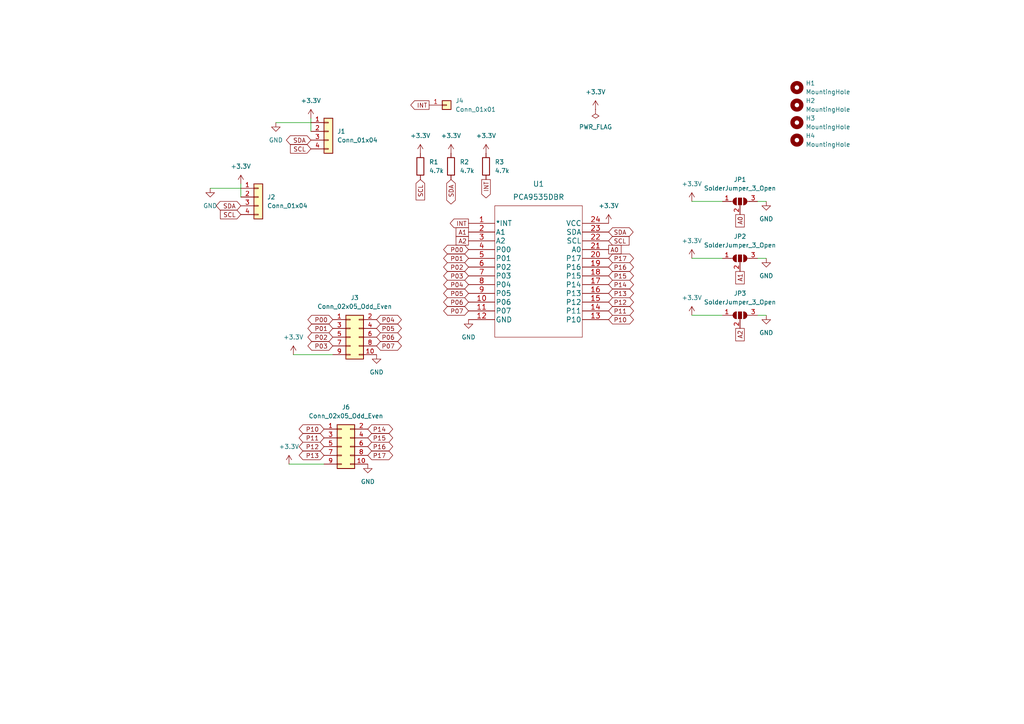
<source format=kicad_sch>
(kicad_sch (version 20211123) (generator eeschema)

  (uuid 50de202a-9f83-446a-b6f9-0c4ba975aafd)

  (paper "A4")

  (lib_symbols
    (symbol "Conn_02x05_Odd_Even_1" (pin_names (offset 1.016) hide) (in_bom yes) (on_board yes)
      (property "Reference" "J" (id 0) (at 1.27 7.62 0)
        (effects (font (size 1.27 1.27)))
      )
      (property "Value" "Conn_02x05_Odd_Even_1" (id 1) (at 1.27 -7.62 0)
        (effects (font (size 1.27 1.27)))
      )
      (property "Footprint" "" (id 2) (at 0 0 0)
        (effects (font (size 1.27 1.27)) hide)
      )
      (property "Datasheet" "~" (id 3) (at 0 0 0)
        (effects (font (size 1.27 1.27)) hide)
      )
      (property "ki_keywords" "connector" (id 4) (at 0 0 0)
        (effects (font (size 1.27 1.27)) hide)
      )
      (property "ki_description" "Generic connector, double row, 02x05, odd/even pin numbering scheme (row 1 odd numbers, row 2 even numbers), script generated (kicad-library-utils/schlib/autogen/connector/)" (id 5) (at 0 0 0)
        (effects (font (size 1.27 1.27)) hide)
      )
      (property "ki_fp_filters" "Connector*:*_2x??_*" (id 6) (at 0 0 0)
        (effects (font (size 1.27 1.27)) hide)
      )
      (symbol "Conn_02x05_Odd_Even_1_1_1"
        (rectangle (start -1.27 -4.953) (end 0 -5.207)
          (stroke (width 0.1524) (type default) (color 0 0 0 0))
          (fill (type none))
        )
        (rectangle (start -1.27 -2.413) (end 0 -2.667)
          (stroke (width 0.1524) (type default) (color 0 0 0 0))
          (fill (type none))
        )
        (rectangle (start -1.27 0.127) (end 0 -0.127)
          (stroke (width 0.1524) (type default) (color 0 0 0 0))
          (fill (type none))
        )
        (rectangle (start -1.27 2.667) (end 0 2.413)
          (stroke (width 0.1524) (type default) (color 0 0 0 0))
          (fill (type none))
        )
        (rectangle (start -1.27 5.207) (end 0 4.953)
          (stroke (width 0.1524) (type default) (color 0 0 0 0))
          (fill (type none))
        )
        (rectangle (start -1.27 6.35) (end 3.81 -6.35)
          (stroke (width 0.254) (type default) (color 0 0 0 0))
          (fill (type background))
        )
        (rectangle (start 3.81 -4.953) (end 2.54 -5.207)
          (stroke (width 0.1524) (type default) (color 0 0 0 0))
          (fill (type none))
        )
        (rectangle (start 3.81 -2.413) (end 2.54 -2.667)
          (stroke (width 0.1524) (type default) (color 0 0 0 0))
          (fill (type none))
        )
        (rectangle (start 3.81 0.127) (end 2.54 -0.127)
          (stroke (width 0.1524) (type default) (color 0 0 0 0))
          (fill (type none))
        )
        (rectangle (start 3.81 2.667) (end 2.54 2.413)
          (stroke (width 0.1524) (type default) (color 0 0 0 0))
          (fill (type none))
        )
        (rectangle (start 3.81 5.207) (end 2.54 4.953)
          (stroke (width 0.1524) (type default) (color 0 0 0 0))
          (fill (type none))
        )
        (pin passive line (at -5.08 5.08 0) (length 3.81)
          (name "Pin_1" (effects (font (size 1.27 1.27))))
          (number "1" (effects (font (size 1.27 1.27))))
        )
        (pin passive line (at 7.62 -5.08 180) (length 3.81)
          (name "Pin_10" (effects (font (size 1.27 1.27))))
          (number "10" (effects (font (size 1.27 1.27))))
        )
        (pin passive line (at 7.62 5.08 180) (length 3.81)
          (name "Pin_2" (effects (font (size 1.27 1.27))))
          (number "2" (effects (font (size 1.27 1.27))))
        )
        (pin passive line (at -5.08 2.54 0) (length 3.81)
          (name "Pin_3" (effects (font (size 1.27 1.27))))
          (number "3" (effects (font (size 1.27 1.27))))
        )
        (pin passive line (at 7.62 2.54 180) (length 3.81)
          (name "Pin_4" (effects (font (size 1.27 1.27))))
          (number "4" (effects (font (size 1.27 1.27))))
        )
        (pin passive line (at -5.08 0 0) (length 3.81)
          (name "Pin_5" (effects (font (size 1.27 1.27))))
          (number "5" (effects (font (size 1.27 1.27))))
        )
        (pin passive line (at 7.62 0 180) (length 3.81)
          (name "Pin_6" (effects (font (size 1.27 1.27))))
          (number "6" (effects (font (size 1.27 1.27))))
        )
        (pin passive line (at -5.08 -2.54 0) (length 3.81)
          (name "Pin_7" (effects (font (size 1.27 1.27))))
          (number "7" (effects (font (size 1.27 1.27))))
        )
        (pin passive line (at 7.62 -2.54 180) (length 3.81)
          (name "Pin_8" (effects (font (size 1.27 1.27))))
          (number "8" (effects (font (size 1.27 1.27))))
        )
        (pin passive line (at -5.08 -5.08 0) (length 3.81)
          (name "Pin_9" (effects (font (size 1.27 1.27))))
          (number "9" (effects (font (size 1.27 1.27))))
        )
      )
    )
    (symbol "Connector_Generic:Conn_01x01" (pin_names (offset 1.016) hide) (in_bom yes) (on_board yes)
      (property "Reference" "J" (id 0) (at 0 2.54 0)
        (effects (font (size 1.27 1.27)))
      )
      (property "Value" "Conn_01x01" (id 1) (at 0 -2.54 0)
        (effects (font (size 1.27 1.27)))
      )
      (property "Footprint" "" (id 2) (at 0 0 0)
        (effects (font (size 1.27 1.27)) hide)
      )
      (property "Datasheet" "~" (id 3) (at 0 0 0)
        (effects (font (size 1.27 1.27)) hide)
      )
      (property "ki_keywords" "connector" (id 4) (at 0 0 0)
        (effects (font (size 1.27 1.27)) hide)
      )
      (property "ki_description" "Generic connector, single row, 01x01, script generated (kicad-library-utils/schlib/autogen/connector/)" (id 5) (at 0 0 0)
        (effects (font (size 1.27 1.27)) hide)
      )
      (property "ki_fp_filters" "Connector*:*_1x??_*" (id 6) (at 0 0 0)
        (effects (font (size 1.27 1.27)) hide)
      )
      (symbol "Conn_01x01_1_1"
        (rectangle (start -1.27 0.127) (end 0 -0.127)
          (stroke (width 0.1524) (type default) (color 0 0 0 0))
          (fill (type none))
        )
        (rectangle (start -1.27 1.27) (end 1.27 -1.27)
          (stroke (width 0.254) (type default) (color 0 0 0 0))
          (fill (type background))
        )
        (pin passive line (at -5.08 0 0) (length 3.81)
          (name "Pin_1" (effects (font (size 1.27 1.27))))
          (number "1" (effects (font (size 1.27 1.27))))
        )
      )
    )
    (symbol "Connector_Generic:Conn_01x04" (pin_names (offset 1.016) hide) (in_bom yes) (on_board yes)
      (property "Reference" "J" (id 0) (at 0 5.08 0)
        (effects (font (size 1.27 1.27)))
      )
      (property "Value" "Conn_01x04" (id 1) (at 0 -7.62 0)
        (effects (font (size 1.27 1.27)))
      )
      (property "Footprint" "" (id 2) (at 0 0 0)
        (effects (font (size 1.27 1.27)) hide)
      )
      (property "Datasheet" "~" (id 3) (at 0 0 0)
        (effects (font (size 1.27 1.27)) hide)
      )
      (property "ki_keywords" "connector" (id 4) (at 0 0 0)
        (effects (font (size 1.27 1.27)) hide)
      )
      (property "ki_description" "Generic connector, single row, 01x04, script generated (kicad-library-utils/schlib/autogen/connector/)" (id 5) (at 0 0 0)
        (effects (font (size 1.27 1.27)) hide)
      )
      (property "ki_fp_filters" "Connector*:*_1x??_*" (id 6) (at 0 0 0)
        (effects (font (size 1.27 1.27)) hide)
      )
      (symbol "Conn_01x04_1_1"
        (rectangle (start -1.27 -4.953) (end 0 -5.207)
          (stroke (width 0.1524) (type default) (color 0 0 0 0))
          (fill (type none))
        )
        (rectangle (start -1.27 -2.413) (end 0 -2.667)
          (stroke (width 0.1524) (type default) (color 0 0 0 0))
          (fill (type none))
        )
        (rectangle (start -1.27 0.127) (end 0 -0.127)
          (stroke (width 0.1524) (type default) (color 0 0 0 0))
          (fill (type none))
        )
        (rectangle (start -1.27 2.667) (end 0 2.413)
          (stroke (width 0.1524) (type default) (color 0 0 0 0))
          (fill (type none))
        )
        (rectangle (start -1.27 3.81) (end 1.27 -6.35)
          (stroke (width 0.254) (type default) (color 0 0 0 0))
          (fill (type background))
        )
        (pin passive line (at -5.08 2.54 0) (length 3.81)
          (name "Pin_1" (effects (font (size 1.27 1.27))))
          (number "1" (effects (font (size 1.27 1.27))))
        )
        (pin passive line (at -5.08 0 0) (length 3.81)
          (name "Pin_2" (effects (font (size 1.27 1.27))))
          (number "2" (effects (font (size 1.27 1.27))))
        )
        (pin passive line (at -5.08 -2.54 0) (length 3.81)
          (name "Pin_3" (effects (font (size 1.27 1.27))))
          (number "3" (effects (font (size 1.27 1.27))))
        )
        (pin passive line (at -5.08 -5.08 0) (length 3.81)
          (name "Pin_4" (effects (font (size 1.27 1.27))))
          (number "4" (effects (font (size 1.27 1.27))))
        )
      )
    )
    (symbol "Connector_Generic:Conn_02x05_Odd_Even" (pin_names (offset 1.016) hide) (in_bom yes) (on_board yes)
      (property "Reference" "J" (id 0) (at 1.27 7.62 0)
        (effects (font (size 1.27 1.27)))
      )
      (property "Value" "Conn_02x05_Odd_Even" (id 1) (at 1.27 -7.62 0)
        (effects (font (size 1.27 1.27)))
      )
      (property "Footprint" "" (id 2) (at 0 0 0)
        (effects (font (size 1.27 1.27)) hide)
      )
      (property "Datasheet" "~" (id 3) (at 0 0 0)
        (effects (font (size 1.27 1.27)) hide)
      )
      (property "ki_keywords" "connector" (id 4) (at 0 0 0)
        (effects (font (size 1.27 1.27)) hide)
      )
      (property "ki_description" "Generic connector, double row, 02x05, odd/even pin numbering scheme (row 1 odd numbers, row 2 even numbers), script generated (kicad-library-utils/schlib/autogen/connector/)" (id 5) (at 0 0 0)
        (effects (font (size 1.27 1.27)) hide)
      )
      (property "ki_fp_filters" "Connector*:*_2x??_*" (id 6) (at 0 0 0)
        (effects (font (size 1.27 1.27)) hide)
      )
      (symbol "Conn_02x05_Odd_Even_1_1"
        (rectangle (start -1.27 -4.953) (end 0 -5.207)
          (stroke (width 0.1524) (type default) (color 0 0 0 0))
          (fill (type none))
        )
        (rectangle (start -1.27 -2.413) (end 0 -2.667)
          (stroke (width 0.1524) (type default) (color 0 0 0 0))
          (fill (type none))
        )
        (rectangle (start -1.27 0.127) (end 0 -0.127)
          (stroke (width 0.1524) (type default) (color 0 0 0 0))
          (fill (type none))
        )
        (rectangle (start -1.27 2.667) (end 0 2.413)
          (stroke (width 0.1524) (type default) (color 0 0 0 0))
          (fill (type none))
        )
        (rectangle (start -1.27 5.207) (end 0 4.953)
          (stroke (width 0.1524) (type default) (color 0 0 0 0))
          (fill (type none))
        )
        (rectangle (start -1.27 6.35) (end 3.81 -6.35)
          (stroke (width 0.254) (type default) (color 0 0 0 0))
          (fill (type background))
        )
        (rectangle (start 3.81 -4.953) (end 2.54 -5.207)
          (stroke (width 0.1524) (type default) (color 0 0 0 0))
          (fill (type none))
        )
        (rectangle (start 3.81 -2.413) (end 2.54 -2.667)
          (stroke (width 0.1524) (type default) (color 0 0 0 0))
          (fill (type none))
        )
        (rectangle (start 3.81 0.127) (end 2.54 -0.127)
          (stroke (width 0.1524) (type default) (color 0 0 0 0))
          (fill (type none))
        )
        (rectangle (start 3.81 2.667) (end 2.54 2.413)
          (stroke (width 0.1524) (type default) (color 0 0 0 0))
          (fill (type none))
        )
        (rectangle (start 3.81 5.207) (end 2.54 4.953)
          (stroke (width 0.1524) (type default) (color 0 0 0 0))
          (fill (type none))
        )
        (pin passive line (at -5.08 5.08 0) (length 3.81)
          (name "Pin_1" (effects (font (size 1.27 1.27))))
          (number "1" (effects (font (size 1.27 1.27))))
        )
        (pin passive line (at 7.62 -5.08 180) (length 3.81)
          (name "Pin_10" (effects (font (size 1.27 1.27))))
          (number "10" (effects (font (size 1.27 1.27))))
        )
        (pin passive line (at 7.62 5.08 180) (length 3.81)
          (name "Pin_2" (effects (font (size 1.27 1.27))))
          (number "2" (effects (font (size 1.27 1.27))))
        )
        (pin passive line (at -5.08 2.54 0) (length 3.81)
          (name "Pin_3" (effects (font (size 1.27 1.27))))
          (number "3" (effects (font (size 1.27 1.27))))
        )
        (pin passive line (at 7.62 2.54 180) (length 3.81)
          (name "Pin_4" (effects (font (size 1.27 1.27))))
          (number "4" (effects (font (size 1.27 1.27))))
        )
        (pin passive line (at -5.08 0 0) (length 3.81)
          (name "Pin_5" (effects (font (size 1.27 1.27))))
          (number "5" (effects (font (size 1.27 1.27))))
        )
        (pin passive line (at 7.62 0 180) (length 3.81)
          (name "Pin_6" (effects (font (size 1.27 1.27))))
          (number "6" (effects (font (size 1.27 1.27))))
        )
        (pin passive line (at -5.08 -2.54 0) (length 3.81)
          (name "Pin_7" (effects (font (size 1.27 1.27))))
          (number "7" (effects (font (size 1.27 1.27))))
        )
        (pin passive line (at 7.62 -2.54 180) (length 3.81)
          (name "Pin_8" (effects (font (size 1.27 1.27))))
          (number "8" (effects (font (size 1.27 1.27))))
        )
        (pin passive line (at -5.08 -5.08 0) (length 3.81)
          (name "Pin_9" (effects (font (size 1.27 1.27))))
          (number "9" (effects (font (size 1.27 1.27))))
        )
      )
    )
    (symbol "Device:R" (pin_numbers hide) (pin_names (offset 0)) (in_bom yes) (on_board yes)
      (property "Reference" "R" (id 0) (at 2.032 0 90)
        (effects (font (size 1.27 1.27)))
      )
      (property "Value" "R" (id 1) (at 0 0 90)
        (effects (font (size 1.27 1.27)))
      )
      (property "Footprint" "" (id 2) (at -1.778 0 90)
        (effects (font (size 1.27 1.27)) hide)
      )
      (property "Datasheet" "~" (id 3) (at 0 0 0)
        (effects (font (size 1.27 1.27)) hide)
      )
      (property "ki_keywords" "R res resistor" (id 4) (at 0 0 0)
        (effects (font (size 1.27 1.27)) hide)
      )
      (property "ki_description" "Resistor" (id 5) (at 0 0 0)
        (effects (font (size 1.27 1.27)) hide)
      )
      (property "ki_fp_filters" "R_*" (id 6) (at 0 0 0)
        (effects (font (size 1.27 1.27)) hide)
      )
      (symbol "R_0_1"
        (rectangle (start -1.016 -2.54) (end 1.016 2.54)
          (stroke (width 0.254) (type default) (color 0 0 0 0))
          (fill (type none))
        )
      )
      (symbol "R_1_1"
        (pin passive line (at 0 3.81 270) (length 1.27)
          (name "~" (effects (font (size 1.27 1.27))))
          (number "1" (effects (font (size 1.27 1.27))))
        )
        (pin passive line (at 0 -3.81 90) (length 1.27)
          (name "~" (effects (font (size 1.27 1.27))))
          (number "2" (effects (font (size 1.27 1.27))))
        )
      )
    )
    (symbol "Jumper:SolderJumper_3_Open" (pin_names (offset 0) hide) (in_bom yes) (on_board yes)
      (property "Reference" "JP" (id 0) (at -2.54 -2.54 0)
        (effects (font (size 1.27 1.27)))
      )
      (property "Value" "SolderJumper_3_Open" (id 1) (at 0 2.794 0)
        (effects (font (size 1.27 1.27)))
      )
      (property "Footprint" "" (id 2) (at 0 0 0)
        (effects (font (size 1.27 1.27)) hide)
      )
      (property "Datasheet" "~" (id 3) (at 0 0 0)
        (effects (font (size 1.27 1.27)) hide)
      )
      (property "ki_keywords" "Solder Jumper SPDT" (id 4) (at 0 0 0)
        (effects (font (size 1.27 1.27)) hide)
      )
      (property "ki_description" "Solder Jumper, 3-pole, open" (id 5) (at 0 0 0)
        (effects (font (size 1.27 1.27)) hide)
      )
      (property "ki_fp_filters" "SolderJumper*Open*" (id 6) (at 0 0 0)
        (effects (font (size 1.27 1.27)) hide)
      )
      (symbol "SolderJumper_3_Open_0_1"
        (arc (start -1.016 1.016) (mid -2.032 0) (end -1.016 -1.016)
          (stroke (width 0) (type default) (color 0 0 0 0))
          (fill (type none))
        )
        (arc (start -1.016 1.016) (mid -2.032 0) (end -1.016 -1.016)
          (stroke (width 0) (type default) (color 0 0 0 0))
          (fill (type outline))
        )
        (rectangle (start -0.508 1.016) (end 0.508 -1.016)
          (stroke (width 0) (type default) (color 0 0 0 0))
          (fill (type outline))
        )
        (polyline
          (pts
            (xy -2.54 0)
            (xy -2.032 0)
          )
          (stroke (width 0) (type default) (color 0 0 0 0))
          (fill (type none))
        )
        (polyline
          (pts
            (xy -1.016 1.016)
            (xy -1.016 -1.016)
          )
          (stroke (width 0) (type default) (color 0 0 0 0))
          (fill (type none))
        )
        (polyline
          (pts
            (xy 0 -1.27)
            (xy 0 -1.016)
          )
          (stroke (width 0) (type default) (color 0 0 0 0))
          (fill (type none))
        )
        (polyline
          (pts
            (xy 1.016 1.016)
            (xy 1.016 -1.016)
          )
          (stroke (width 0) (type default) (color 0 0 0 0))
          (fill (type none))
        )
        (polyline
          (pts
            (xy 2.54 0)
            (xy 2.032 0)
          )
          (stroke (width 0) (type default) (color 0 0 0 0))
          (fill (type none))
        )
        (arc (start 1.016 -1.016) (mid 2.032 0) (end 1.016 1.016)
          (stroke (width 0) (type default) (color 0 0 0 0))
          (fill (type none))
        )
        (arc (start 1.016 -1.016) (mid 2.032 0) (end 1.016 1.016)
          (stroke (width 0) (type default) (color 0 0 0 0))
          (fill (type outline))
        )
      )
      (symbol "SolderJumper_3_Open_1_1"
        (pin passive line (at -5.08 0 0) (length 2.54)
          (name "A" (effects (font (size 1.27 1.27))))
          (number "1" (effects (font (size 1.27 1.27))))
        )
        (pin passive line (at 0 -3.81 90) (length 2.54)
          (name "C" (effects (font (size 1.27 1.27))))
          (number "2" (effects (font (size 1.27 1.27))))
        )
        (pin passive line (at 5.08 0 180) (length 2.54)
          (name "B" (effects (font (size 1.27 1.27))))
          (number "3" (effects (font (size 1.27 1.27))))
        )
      )
    )
    (symbol "Mechanical:MountingHole" (pin_names (offset 1.016)) (in_bom yes) (on_board yes)
      (property "Reference" "H" (id 0) (at 0 5.08 0)
        (effects (font (size 1.27 1.27)))
      )
      (property "Value" "MountingHole" (id 1) (at 0 3.175 0)
        (effects (font (size 1.27 1.27)))
      )
      (property "Footprint" "" (id 2) (at 0 0 0)
        (effects (font (size 1.27 1.27)) hide)
      )
      (property "Datasheet" "~" (id 3) (at 0 0 0)
        (effects (font (size 1.27 1.27)) hide)
      )
      (property "ki_keywords" "mounting hole" (id 4) (at 0 0 0)
        (effects (font (size 1.27 1.27)) hide)
      )
      (property "ki_description" "Mounting Hole without connection" (id 5) (at 0 0 0)
        (effects (font (size 1.27 1.27)) hide)
      )
      (property "ki_fp_filters" "MountingHole*" (id 6) (at 0 0 0)
        (effects (font (size 1.27 1.27)) hide)
      )
      (symbol "MountingHole_0_1"
        (circle (center 0 0) (radius 1.27)
          (stroke (width 1.27) (type default) (color 0 0 0 0))
          (fill (type none))
        )
      )
    )
    (symbol "power:+3.3V" (power) (pin_names (offset 0)) (in_bom yes) (on_board yes)
      (property "Reference" "#PWR" (id 0) (at 0 -3.81 0)
        (effects (font (size 1.27 1.27)) hide)
      )
      (property "Value" "+3.3V" (id 1) (at 0 3.556 0)
        (effects (font (size 1.27 1.27)))
      )
      (property "Footprint" "" (id 2) (at 0 0 0)
        (effects (font (size 1.27 1.27)) hide)
      )
      (property "Datasheet" "" (id 3) (at 0 0 0)
        (effects (font (size 1.27 1.27)) hide)
      )
      (property "ki_keywords" "power-flag" (id 4) (at 0 0 0)
        (effects (font (size 1.27 1.27)) hide)
      )
      (property "ki_description" "Power symbol creates a global label with name \"+3.3V\"" (id 5) (at 0 0 0)
        (effects (font (size 1.27 1.27)) hide)
      )
      (symbol "+3.3V_0_1"
        (polyline
          (pts
            (xy -0.762 1.27)
            (xy 0 2.54)
          )
          (stroke (width 0) (type default) (color 0 0 0 0))
          (fill (type none))
        )
        (polyline
          (pts
            (xy 0 0)
            (xy 0 2.54)
          )
          (stroke (width 0) (type default) (color 0 0 0 0))
          (fill (type none))
        )
        (polyline
          (pts
            (xy 0 2.54)
            (xy 0.762 1.27)
          )
          (stroke (width 0) (type default) (color 0 0 0 0))
          (fill (type none))
        )
      )
      (symbol "+3.3V_1_1"
        (pin power_in line (at 0 0 90) (length 0) hide
          (name "+3.3V" (effects (font (size 1.27 1.27))))
          (number "1" (effects (font (size 1.27 1.27))))
        )
      )
    )
    (symbol "power:GND" (power) (pin_names (offset 0)) (in_bom yes) (on_board yes)
      (property "Reference" "#PWR" (id 0) (at 0 -6.35 0)
        (effects (font (size 1.27 1.27)) hide)
      )
      (property "Value" "GND" (id 1) (at 0 -3.81 0)
        (effects (font (size 1.27 1.27)))
      )
      (property "Footprint" "" (id 2) (at 0 0 0)
        (effects (font (size 1.27 1.27)) hide)
      )
      (property "Datasheet" "" (id 3) (at 0 0 0)
        (effects (font (size 1.27 1.27)) hide)
      )
      (property "ki_keywords" "power-flag" (id 4) (at 0 0 0)
        (effects (font (size 1.27 1.27)) hide)
      )
      (property "ki_description" "Power symbol creates a global label with name \"GND\" , ground" (id 5) (at 0 0 0)
        (effects (font (size 1.27 1.27)) hide)
      )
      (symbol "GND_0_1"
        (polyline
          (pts
            (xy 0 0)
            (xy 0 -1.27)
            (xy 1.27 -1.27)
            (xy 0 -2.54)
            (xy -1.27 -1.27)
            (xy 0 -1.27)
          )
          (stroke (width 0) (type default) (color 0 0 0 0))
          (fill (type none))
        )
      )
      (symbol "GND_1_1"
        (pin power_in line (at 0 0 270) (length 0) hide
          (name "GND" (effects (font (size 1.27 1.27))))
          (number "1" (effects (font (size 1.27 1.27))))
        )
      )
    )
    (symbol "power:PWR_FLAG" (power) (pin_numbers hide) (pin_names (offset 0) hide) (in_bom yes) (on_board yes)
      (property "Reference" "#FLG" (id 0) (at 0 1.905 0)
        (effects (font (size 1.27 1.27)) hide)
      )
      (property "Value" "PWR_FLAG" (id 1) (at 0 3.81 0)
        (effects (font (size 1.27 1.27)))
      )
      (property "Footprint" "" (id 2) (at 0 0 0)
        (effects (font (size 1.27 1.27)) hide)
      )
      (property "Datasheet" "~" (id 3) (at 0 0 0)
        (effects (font (size 1.27 1.27)) hide)
      )
      (property "ki_keywords" "power-flag" (id 4) (at 0 0 0)
        (effects (font (size 1.27 1.27)) hide)
      )
      (property "ki_description" "Special symbol for telling ERC where power comes from" (id 5) (at 0 0 0)
        (effects (font (size 1.27 1.27)) hide)
      )
      (symbol "PWR_FLAG_0_0"
        (pin power_out line (at 0 0 90) (length 0)
          (name "pwr" (effects (font (size 1.27 1.27))))
          (number "1" (effects (font (size 1.27 1.27))))
        )
      )
      (symbol "PWR_FLAG_0_1"
        (polyline
          (pts
            (xy 0 0)
            (xy 0 1.27)
            (xy -1.016 1.905)
            (xy 0 2.54)
            (xy 1.016 1.905)
            (xy 0 1.27)
          )
          (stroke (width 0) (type default) (color 0 0 0 0))
          (fill (type none))
        )
      )
    )
    (symbol "ul_PCA9535DBR:PCA9535DBR" (pin_names (offset 0.254)) (in_bom yes) (on_board yes)
      (property "Reference" "U" (id 0) (at 20.32 10.16 0)
        (effects (font (size 1.524 1.524)))
      )
      (property "Value" "PCA9535DBR" (id 1) (at 20.32 7.62 0)
        (effects (font (size 1.524 1.524)))
      )
      (property "Footprint" "DB24_TEX" (id 2) (at 20.32 6.096 0)
        (effects (font (size 1.524 1.524)) hide)
      )
      (property "Datasheet" "" (id 3) (at 0 0 0)
        (effects (font (size 1.524 1.524)))
      )
      (property "ki_locked" "" (id 4) (at 0 0 0)
        (effects (font (size 1.27 1.27)))
      )
      (property "ki_fp_filters" "DB24_TEX DB24_TEX-M DB24_TEX-L" (id 5) (at 0 0 0)
        (effects (font (size 1.27 1.27)) hide)
      )
      (symbol "PCA9535DBR_1_1"
        (polyline
          (pts
            (xy 7.62 -33.02)
            (xy 33.02 -33.02)
          )
          (stroke (width 0.127) (type default) (color 0 0 0 0))
          (fill (type none))
        )
        (polyline
          (pts
            (xy 7.62 5.08)
            (xy 7.62 -33.02)
          )
          (stroke (width 0.127) (type default) (color 0 0 0 0))
          (fill (type none))
        )
        (polyline
          (pts
            (xy 33.02 -33.02)
            (xy 33.02 5.08)
          )
          (stroke (width 0.127) (type default) (color 0 0 0 0))
          (fill (type none))
        )
        (polyline
          (pts
            (xy 33.02 5.08)
            (xy 7.62 5.08)
          )
          (stroke (width 0.127) (type default) (color 0 0 0 0))
          (fill (type none))
        )
        (pin output line (at 0 0 0) (length 7.62)
          (name "*INT" (effects (font (size 1.4986 1.4986))))
          (number "1" (effects (font (size 1.4986 1.4986))))
        )
        (pin bidirectional line (at 0 -22.86 0) (length 7.62)
          (name "P06" (effects (font (size 1.4986 1.4986))))
          (number "10" (effects (font (size 1.4986 1.4986))))
        )
        (pin bidirectional line (at 0 -25.4 0) (length 7.62)
          (name "P07" (effects (font (size 1.4986 1.4986))))
          (number "11" (effects (font (size 1.4986 1.4986))))
        )
        (pin power_in line (at 0 -27.94 0) (length 7.62)
          (name "GND" (effects (font (size 1.4986 1.4986))))
          (number "12" (effects (font (size 1.4986 1.4986))))
        )
        (pin bidirectional line (at 40.64 -27.94 180) (length 7.62)
          (name "P10" (effects (font (size 1.4986 1.4986))))
          (number "13" (effects (font (size 1.4986 1.4986))))
        )
        (pin bidirectional line (at 40.64 -25.4 180) (length 7.62)
          (name "P11" (effects (font (size 1.4986 1.4986))))
          (number "14" (effects (font (size 1.4986 1.4986))))
        )
        (pin bidirectional line (at 40.64 -22.86 180) (length 7.62)
          (name "P12" (effects (font (size 1.4986 1.4986))))
          (number "15" (effects (font (size 1.4986 1.4986))))
        )
        (pin bidirectional line (at 40.64 -20.32 180) (length 7.62)
          (name "P13" (effects (font (size 1.4986 1.4986))))
          (number "16" (effects (font (size 1.4986 1.4986))))
        )
        (pin bidirectional line (at 40.64 -17.78 180) (length 7.62)
          (name "P14" (effects (font (size 1.4986 1.4986))))
          (number "17" (effects (font (size 1.4986 1.4986))))
        )
        (pin bidirectional line (at 40.64 -15.24 180) (length 7.62)
          (name "P15" (effects (font (size 1.4986 1.4986))))
          (number "18" (effects (font (size 1.4986 1.4986))))
        )
        (pin bidirectional line (at 40.64 -12.7 180) (length 7.62)
          (name "P16" (effects (font (size 1.4986 1.4986))))
          (number "19" (effects (font (size 1.4986 1.4986))))
        )
        (pin input line (at 0 -2.54 0) (length 7.62)
          (name "A1" (effects (font (size 1.4986 1.4986))))
          (number "2" (effects (font (size 1.4986 1.4986))))
        )
        (pin bidirectional line (at 40.64 -10.16 180) (length 7.62)
          (name "P17" (effects (font (size 1.4986 1.4986))))
          (number "20" (effects (font (size 1.4986 1.4986))))
        )
        (pin input line (at 40.64 -7.62 180) (length 7.62)
          (name "A0" (effects (font (size 1.4986 1.4986))))
          (number "21" (effects (font (size 1.4986 1.4986))))
        )
        (pin unspecified line (at 40.64 -5.08 180) (length 7.62)
          (name "SCL" (effects (font (size 1.4986 1.4986))))
          (number "22" (effects (font (size 1.4986 1.4986))))
        )
        (pin unspecified line (at 40.64 -2.54 180) (length 7.62)
          (name "SDA" (effects (font (size 1.4986 1.4986))))
          (number "23" (effects (font (size 1.4986 1.4986))))
        )
        (pin power_in line (at 40.64 0 180) (length 7.62)
          (name "VCC" (effects (font (size 1.4986 1.4986))))
          (number "24" (effects (font (size 1.4986 1.4986))))
        )
        (pin input line (at 0 -5.08 0) (length 7.62)
          (name "A2" (effects (font (size 1.4986 1.4986))))
          (number "3" (effects (font (size 1.4986 1.4986))))
        )
        (pin bidirectional line (at 0 -7.62 0) (length 7.62)
          (name "P00" (effects (font (size 1.4986 1.4986))))
          (number "4" (effects (font (size 1.4986 1.4986))))
        )
        (pin bidirectional line (at 0 -10.16 0) (length 7.62)
          (name "P01" (effects (font (size 1.4986 1.4986))))
          (number "5" (effects (font (size 1.4986 1.4986))))
        )
        (pin bidirectional line (at 0 -12.7 0) (length 7.62)
          (name "P02" (effects (font (size 1.4986 1.4986))))
          (number "6" (effects (font (size 1.4986 1.4986))))
        )
        (pin bidirectional line (at 0 -15.24 0) (length 7.62)
          (name "P03" (effects (font (size 1.4986 1.4986))))
          (number "7" (effects (font (size 1.4986 1.4986))))
        )
        (pin bidirectional line (at 0 -17.78 0) (length 7.62)
          (name "P04" (effects (font (size 1.4986 1.4986))))
          (number "8" (effects (font (size 1.4986 1.4986))))
        )
        (pin bidirectional line (at 0 -20.32 0) (length 7.62)
          (name "P05" (effects (font (size 1.4986 1.4986))))
          (number "9" (effects (font (size 1.4986 1.4986))))
        )
      )
    )
  )


  (wire (pts (xy 200.66 58.42) (xy 209.55 58.42))
    (stroke (width 0) (type default) (color 0 0 0 0))
    (uuid 14af6b98-052e-40ef-bebc-69a27e03eef5)
  )
  (wire (pts (xy 222.25 91.44) (xy 219.71 91.44))
    (stroke (width 0) (type default) (color 0 0 0 0))
    (uuid 222aa374-5487-4092-bdd6-50d6be6bf947)
  )
  (wire (pts (xy 80.01 35.56) (xy 90.17 35.56))
    (stroke (width 0) (type default) (color 0 0 0 0))
    (uuid 2e1e919c-5c5d-47cd-95cd-f3b4b809f44c)
  )
  (wire (pts (xy 69.85 53.34) (xy 69.85 57.15))
    (stroke (width 0) (type default) (color 0 0 0 0))
    (uuid 594abca9-e32c-4f73-a19a-c21ffc3667aa)
  )
  (wire (pts (xy 222.25 74.93) (xy 219.71 74.93))
    (stroke (width 0) (type default) (color 0 0 0 0))
    (uuid 99251efc-1373-4a88-bb2a-04c386648943)
  )
  (wire (pts (xy 60.96 54.61) (xy 69.85 54.61))
    (stroke (width 0) (type default) (color 0 0 0 0))
    (uuid a8087ef7-fdab-4ea1-a61e-2ca4d6ce1b2b)
  )
  (wire (pts (xy 83.82 134.62) (xy 93.98 134.62))
    (stroke (width 0) (type default) (color 0 0 0 0))
    (uuid a99bc04f-a0b8-4e9d-a789-7e86d15677eb)
  )
  (wire (pts (xy 200.66 91.44) (xy 209.55 91.44))
    (stroke (width 0) (type default) (color 0 0 0 0))
    (uuid a9ce2bc7-3af0-4296-b71b-7e3cf8e04b24)
  )
  (wire (pts (xy 85.09 102.87) (xy 96.52 102.87))
    (stroke (width 0) (type default) (color 0 0 0 0))
    (uuid c06aa39f-0f18-4164-b7b4-ab77d13a799e)
  )
  (wire (pts (xy 90.17 34.29) (xy 90.17 38.1))
    (stroke (width 0) (type default) (color 0 0 0 0))
    (uuid dfb460a8-ee53-486e-9211-e03cd78eb6d7)
  )
  (wire (pts (xy 222.25 58.42) (xy 219.71 58.42))
    (stroke (width 0) (type default) (color 0 0 0 0))
    (uuid f928bb69-1c0c-4b62-8c85-e37ee47e8b14)
  )
  (wire (pts (xy 200.66 74.93) (xy 209.55 74.93))
    (stroke (width 0) (type default) (color 0 0 0 0))
    (uuid ffc4c5da-2674-4ccf-8bc3-3336dfa26597)
  )

  (global_label "P10" (shape bidirectional) (at 93.98 124.46 180) (fields_autoplaced)
    (effects (font (size 1.27 1.27)) (justify right))
    (uuid 00c17bff-2b4d-4fb2-a54f-f42e2d9ea194)
    (property "Intersheet References" "${INTERSHEET_REFS}" (id 0) (at 87.8779 124.3806 0)
      (effects (font (size 1.27 1.27)) (justify right) hide)
    )
  )
  (global_label "A1" (shape passive) (at 135.89 67.31 180) (fields_autoplaced)
    (effects (font (size 1.27 1.27)) (justify right))
    (uuid 0752355a-db9e-4515-91ea-482feffeba49)
    (property "Intersheet References" "${INTERSHEET_REFS}" (id 0) (at 131.1788 67.2306 0)
      (effects (font (size 1.27 1.27)) (justify right) hide)
    )
  )
  (global_label "P15" (shape bidirectional) (at 176.53 80.01 0) (fields_autoplaced)
    (effects (font (size 1.27 1.27)) (justify left))
    (uuid 0e220d7c-ebb5-4906-822d-7e42719caf5a)
    (property "Intersheet References" "${INTERSHEET_REFS}" (id 0) (at 182.6321 79.9306 0)
      (effects (font (size 1.27 1.27)) (justify left) hide)
    )
  )
  (global_label "P14" (shape bidirectional) (at 176.53 82.55 0) (fields_autoplaced)
    (effects (font (size 1.27 1.27)) (justify left))
    (uuid 2842ba68-a2c0-4089-9df3-8a824a2d8589)
    (property "Intersheet References" "${INTERSHEET_REFS}" (id 0) (at 182.6321 82.4706 0)
      (effects (font (size 1.27 1.27)) (justify left) hide)
    )
  )
  (global_label "P00" (shape bidirectional) (at 135.89 72.39 180) (fields_autoplaced)
    (effects (font (size 1.27 1.27)) (justify right))
    (uuid 2be299e0-f2e3-4ef5-8ec8-45168d0505e5)
    (property "Intersheet References" "${INTERSHEET_REFS}" (id 0) (at 129.7879 72.3106 0)
      (effects (font (size 1.27 1.27)) (justify right) hide)
    )
  )
  (global_label "SCL" (shape input) (at 176.53 69.85 0) (fields_autoplaced)
    (effects (font (size 1.27 1.27)) (justify left))
    (uuid 2d1d5acf-7e09-486e-a2b0-847d713007b0)
    (property "Intersheet References" "${INTERSHEET_REFS}" (id 0) (at 182.4507 69.7706 0)
      (effects (font (size 1.27 1.27)) (justify left) hide)
    )
  )
  (global_label "P13" (shape bidirectional) (at 93.98 132.08 180) (fields_autoplaced)
    (effects (font (size 1.27 1.27)) (justify right))
    (uuid 341afbb5-26dc-453f-b928-0eca276d9593)
    (property "Intersheet References" "${INTERSHEET_REFS}" (id 0) (at 87.8779 132.0006 0)
      (effects (font (size 1.27 1.27)) (justify right) hide)
    )
  )
  (global_label "SCL" (shape input) (at 90.17 43.18 180) (fields_autoplaced)
    (effects (font (size 1.27 1.27)) (justify right))
    (uuid 361a47a0-53dc-4330-a3d5-384f748925c2)
    (property "Intersheet References" "${INTERSHEET_REFS}" (id 0) (at 84.2493 43.1006 0)
      (effects (font (size 1.27 1.27)) (justify right) hide)
    )
  )
  (global_label "P14" (shape bidirectional) (at 106.68 124.46 0) (fields_autoplaced)
    (effects (font (size 1.27 1.27)) (justify left))
    (uuid 38b47d34-9587-4e63-9f6c-8370d744ec1b)
    (property "Intersheet References" "${INTERSHEET_REFS}" (id 0) (at 112.7821 124.5394 0)
      (effects (font (size 1.27 1.27)) (justify left) hide)
    )
  )
  (global_label "SDA" (shape bidirectional) (at 176.53 67.31 0) (fields_autoplaced)
    (effects (font (size 1.27 1.27)) (justify left))
    (uuid 3b40f884-8402-46b4-80f2-c61efe6c1ced)
    (property "Intersheet References" "${INTERSHEET_REFS}" (id 0) (at 182.5112 67.2306 0)
      (effects (font (size 1.27 1.27)) (justify left) hide)
    )
  )
  (global_label "P06" (shape bidirectional) (at 109.22 97.79 0) (fields_autoplaced)
    (effects (font (size 1.27 1.27)) (justify left))
    (uuid 3c57f171-e0d9-4987-8173-ff80d3c3c8cf)
    (property "Intersheet References" "${INTERSHEET_REFS}" (id 0) (at 115.3221 97.8694 0)
      (effects (font (size 1.27 1.27)) (justify left) hide)
    )
  )
  (global_label "P11" (shape bidirectional) (at 176.53 90.17 0) (fields_autoplaced)
    (effects (font (size 1.27 1.27)) (justify left))
    (uuid 403b3e9b-b217-41dd-9f3d-7e098e556981)
    (property "Intersheet References" "${INTERSHEET_REFS}" (id 0) (at 182.6321 90.0906 0)
      (effects (font (size 1.27 1.27)) (justify left) hide)
    )
  )
  (global_label "SCL" (shape input) (at 69.85 62.23 180) (fields_autoplaced)
    (effects (font (size 1.27 1.27)) (justify right))
    (uuid 459c578f-e187-4be7-9019-a1114328c6fc)
    (property "Intersheet References" "${INTERSHEET_REFS}" (id 0) (at 63.9293 62.1506 0)
      (effects (font (size 1.27 1.27)) (justify right) hide)
    )
  )
  (global_label "P06" (shape bidirectional) (at 135.89 87.63 180) (fields_autoplaced)
    (effects (font (size 1.27 1.27)) (justify right))
    (uuid 59691dfe-8200-41e2-8990-a5e62e19b49c)
    (property "Intersheet References" "${INTERSHEET_REFS}" (id 0) (at 129.7879 87.5506 0)
      (effects (font (size 1.27 1.27)) (justify right) hide)
    )
  )
  (global_label "P12" (shape bidirectional) (at 93.98 129.54 180) (fields_autoplaced)
    (effects (font (size 1.27 1.27)) (justify right))
    (uuid 5ce9f6c5-368a-44c0-a2f9-7c3c2f74e65d)
    (property "Intersheet References" "${INTERSHEET_REFS}" (id 0) (at 87.8779 129.4606 0)
      (effects (font (size 1.27 1.27)) (justify right) hide)
    )
  )
  (global_label "P16" (shape bidirectional) (at 176.53 77.47 0) (fields_autoplaced)
    (effects (font (size 1.27 1.27)) (justify left))
    (uuid 5d9c7108-9d8a-428b-bc6c-68af20984302)
    (property "Intersheet References" "${INTERSHEET_REFS}" (id 0) (at 182.6321 77.3906 0)
      (effects (font (size 1.27 1.27)) (justify left) hide)
    )
  )
  (global_label "P04" (shape bidirectional) (at 109.22 92.71 0) (fields_autoplaced)
    (effects (font (size 1.27 1.27)) (justify left))
    (uuid 670d3098-3257-4fae-9774-198182d19eb2)
    (property "Intersheet References" "${INTERSHEET_REFS}" (id 0) (at 115.3221 92.7894 0)
      (effects (font (size 1.27 1.27)) (justify left) hide)
    )
  )
  (global_label "INT" (shape output) (at 140.97 52.07 270) (fields_autoplaced)
    (effects (font (size 1.27 1.27)) (justify right))
    (uuid 703767a0-16dc-4ef1-b662-4ba5b28e5967)
    (property "Intersheet References" "${INTERSHEET_REFS}" (id 0) (at 140.8906 57.386 90)
      (effects (font (size 1.27 1.27)) (justify right) hide)
    )
  )
  (global_label "P16" (shape bidirectional) (at 106.68 129.54 0) (fields_autoplaced)
    (effects (font (size 1.27 1.27)) (justify left))
    (uuid 7039f27f-e00b-4eae-80a4-aeaa720ce8ef)
    (property "Intersheet References" "${INTERSHEET_REFS}" (id 0) (at 112.7821 129.6194 0)
      (effects (font (size 1.27 1.27)) (justify left) hide)
    )
  )
  (global_label "SDA" (shape bidirectional) (at 90.17 40.64 180) (fields_autoplaced)
    (effects (font (size 1.27 1.27)) (justify right))
    (uuid 7389aeda-b409-4f9f-b42f-b1194edfce55)
    (property "Intersheet References" "${INTERSHEET_REFS}" (id 0) (at 84.1888 40.5606 0)
      (effects (font (size 1.27 1.27)) (justify right) hide)
    )
  )
  (global_label "P03" (shape bidirectional) (at 96.52 100.33 180) (fields_autoplaced)
    (effects (font (size 1.27 1.27)) (justify right))
    (uuid 744262e0-41c0-4c71-9033-b8407ff081f0)
    (property "Intersheet References" "${INTERSHEET_REFS}" (id 0) (at 90.4179 100.2506 0)
      (effects (font (size 1.27 1.27)) (justify right) hide)
    )
  )
  (global_label "A2" (shape passive) (at 214.63 95.25 270) (fields_autoplaced)
    (effects (font (size 1.27 1.27)) (justify right))
    (uuid 77f1af5a-bd5d-4e5b-a16b-12dcaf9e7f67)
    (property "Intersheet References" "${INTERSHEET_REFS}" (id 0) (at 214.5506 99.9612 90)
      (effects (font (size 1.27 1.27)) (justify right) hide)
    )
  )
  (global_label "P02" (shape bidirectional) (at 135.89 77.47 180) (fields_autoplaced)
    (effects (font (size 1.27 1.27)) (justify right))
    (uuid 7c81152d-1919-4f33-a997-19d614df12f4)
    (property "Intersheet References" "${INTERSHEET_REFS}" (id 0) (at 129.7879 77.3906 0)
      (effects (font (size 1.27 1.27)) (justify right) hide)
    )
  )
  (global_label "P10" (shape bidirectional) (at 176.53 92.71 0) (fields_autoplaced)
    (effects (font (size 1.27 1.27)) (justify left))
    (uuid 80c507c8-433b-4936-829f-c9e9fe2fccf3)
    (property "Intersheet References" "${INTERSHEET_REFS}" (id 0) (at 182.6321 92.6306 0)
      (effects (font (size 1.27 1.27)) (justify left) hide)
    )
  )
  (global_label "P12" (shape bidirectional) (at 176.53 87.63 0) (fields_autoplaced)
    (effects (font (size 1.27 1.27)) (justify left))
    (uuid 82e68950-b646-4961-b269-98a86c51b4e3)
    (property "Intersheet References" "${INTERSHEET_REFS}" (id 0) (at 182.6321 87.5506 0)
      (effects (font (size 1.27 1.27)) (justify left) hide)
    )
  )
  (global_label "P02" (shape bidirectional) (at 96.52 97.79 180) (fields_autoplaced)
    (effects (font (size 1.27 1.27)) (justify right))
    (uuid 83391d17-977e-4c23-9961-53d30e268c61)
    (property "Intersheet References" "${INTERSHEET_REFS}" (id 0) (at 90.4179 97.7106 0)
      (effects (font (size 1.27 1.27)) (justify right) hide)
    )
  )
  (global_label "P17" (shape bidirectional) (at 106.68 132.08 0) (fields_autoplaced)
    (effects (font (size 1.27 1.27)) (justify left))
    (uuid 83d2f316-ae9d-4617-8d1b-ed0240c0a9be)
    (property "Intersheet References" "${INTERSHEET_REFS}" (id 0) (at 112.7821 132.1594 0)
      (effects (font (size 1.27 1.27)) (justify left) hide)
    )
  )
  (global_label "P13" (shape bidirectional) (at 176.53 85.09 0) (fields_autoplaced)
    (effects (font (size 1.27 1.27)) (justify left))
    (uuid 99ae9615-7893-4ab8-a3be-a6f908a72ae8)
    (property "Intersheet References" "${INTERSHEET_REFS}" (id 0) (at 182.6321 85.0106 0)
      (effects (font (size 1.27 1.27)) (justify left) hide)
    )
  )
  (global_label "P05" (shape bidirectional) (at 135.89 85.09 180) (fields_autoplaced)
    (effects (font (size 1.27 1.27)) (justify right))
    (uuid 9cd1ac0f-2a93-41e5-ad53-95f5c91e16af)
    (property "Intersheet References" "${INTERSHEET_REFS}" (id 0) (at 129.7879 85.0106 0)
      (effects (font (size 1.27 1.27)) (justify right) hide)
    )
  )
  (global_label "P04" (shape bidirectional) (at 135.89 82.55 180) (fields_autoplaced)
    (effects (font (size 1.27 1.27)) (justify right))
    (uuid a43d3b2f-2ba5-4c3c-b414-e811219d16e2)
    (property "Intersheet References" "${INTERSHEET_REFS}" (id 0) (at 129.7879 82.4706 0)
      (effects (font (size 1.27 1.27)) (justify right) hide)
    )
  )
  (global_label "P03" (shape bidirectional) (at 135.89 80.01 180) (fields_autoplaced)
    (effects (font (size 1.27 1.27)) (justify right))
    (uuid a7797f2a-b6dd-4c7f-9015-efbf18ecda55)
    (property "Intersheet References" "${INTERSHEET_REFS}" (id 0) (at 129.7879 79.9306 0)
      (effects (font (size 1.27 1.27)) (justify right) hide)
    )
  )
  (global_label "P00" (shape bidirectional) (at 96.52 92.71 180) (fields_autoplaced)
    (effects (font (size 1.27 1.27)) (justify right))
    (uuid afc73984-aea6-469a-9436-d3fbacd1c928)
    (property "Intersheet References" "${INTERSHEET_REFS}" (id 0) (at 90.4179 92.6306 0)
      (effects (font (size 1.27 1.27)) (justify right) hide)
    )
  )
  (global_label "P01" (shape bidirectional) (at 135.89 74.93 180) (fields_autoplaced)
    (effects (font (size 1.27 1.27)) (justify right))
    (uuid afc9a6cc-16e0-411e-a87b-8b6c7ea658e8)
    (property "Intersheet References" "${INTERSHEET_REFS}" (id 0) (at 129.7879 74.8506 0)
      (effects (font (size 1.27 1.27)) (justify right) hide)
    )
  )
  (global_label "A0" (shape passive) (at 176.53 72.39 0) (fields_autoplaced)
    (effects (font (size 1.27 1.27)) (justify left))
    (uuid b1975a09-3694-4bcd-94e8-57e5cede049b)
    (property "Intersheet References" "${INTERSHEET_REFS}" (id 0) (at 181.2412 72.3106 0)
      (effects (font (size 1.27 1.27)) (justify left) hide)
    )
  )
  (global_label "SCL" (shape input) (at 121.92 52.07 270) (fields_autoplaced)
    (effects (font (size 1.27 1.27)) (justify right))
    (uuid b3b857f1-64e2-455b-89b8-173b86d8fb77)
    (property "Intersheet References" "${INTERSHEET_REFS}" (id 0) (at 121.8406 57.9907 90)
      (effects (font (size 1.27 1.27)) (justify right) hide)
    )
  )
  (global_label "INT" (shape output) (at 124.46 30.48 180) (fields_autoplaced)
    (effects (font (size 1.27 1.27)) (justify right))
    (uuid b784e347-d7bf-4e6b-b820-e2ad36eb2b06)
    (property "Intersheet References" "${INTERSHEET_REFS}" (id 0) (at 119.144 30.4006 0)
      (effects (font (size 1.27 1.27)) (justify right) hide)
    )
  )
  (global_label "P15" (shape bidirectional) (at 106.68 127 0) (fields_autoplaced)
    (effects (font (size 1.27 1.27)) (justify left))
    (uuid b8d266ff-23f4-40bb-a152-32edf00c35e8)
    (property "Intersheet References" "${INTERSHEET_REFS}" (id 0) (at 112.7821 127.0794 0)
      (effects (font (size 1.27 1.27)) (justify left) hide)
    )
  )
  (global_label "SDA" (shape bidirectional) (at 130.81 52.07 270) (fields_autoplaced)
    (effects (font (size 1.27 1.27)) (justify right))
    (uuid c66596be-7b4c-4ca3-b6f7-842f2487d0d3)
    (property "Intersheet References" "${INTERSHEET_REFS}" (id 0) (at 130.7306 58.0512 90)
      (effects (font (size 1.27 1.27)) (justify right) hide)
    )
  )
  (global_label "P05" (shape bidirectional) (at 109.22 95.25 0) (fields_autoplaced)
    (effects (font (size 1.27 1.27)) (justify left))
    (uuid c762e443-295f-4778-a914-39d015fbb996)
    (property "Intersheet References" "${INTERSHEET_REFS}" (id 0) (at 115.3221 95.3294 0)
      (effects (font (size 1.27 1.27)) (justify left) hide)
    )
  )
  (global_label "SDA" (shape bidirectional) (at 69.85 59.69 180) (fields_autoplaced)
    (effects (font (size 1.27 1.27)) (justify right))
    (uuid caec0f83-e006-41d9-8dca-77cb15665348)
    (property "Intersheet References" "${INTERSHEET_REFS}" (id 0) (at 63.8688 59.6106 0)
      (effects (font (size 1.27 1.27)) (justify right) hide)
    )
  )
  (global_label "P07" (shape bidirectional) (at 135.89 90.17 180) (fields_autoplaced)
    (effects (font (size 1.27 1.27)) (justify right))
    (uuid ce215c09-f8ab-4327-8654-e8a86f7819bc)
    (property "Intersheet References" "${INTERSHEET_REFS}" (id 0) (at 129.7879 90.0906 0)
      (effects (font (size 1.27 1.27)) (justify right) hide)
    )
  )
  (global_label "P07" (shape bidirectional) (at 109.22 100.33 0) (fields_autoplaced)
    (effects (font (size 1.27 1.27)) (justify left))
    (uuid d5779dd2-f211-4069-838b-9e291a195837)
    (property "Intersheet References" "${INTERSHEET_REFS}" (id 0) (at 115.3221 100.4094 0)
      (effects (font (size 1.27 1.27)) (justify left) hide)
    )
  )
  (global_label "A0" (shape passive) (at 214.63 62.23 270) (fields_autoplaced)
    (effects (font (size 1.27 1.27)) (justify right))
    (uuid e2d6cb83-54c1-4616-b8fd-5fae12c390a1)
    (property "Intersheet References" "${INTERSHEET_REFS}" (id 0) (at 214.5506 66.9412 90)
      (effects (font (size 1.27 1.27)) (justify right) hide)
    )
  )
  (global_label "A2" (shape passive) (at 135.89 69.85 180) (fields_autoplaced)
    (effects (font (size 1.27 1.27)) (justify right))
    (uuid e872d8c6-af6a-49e6-bceb-c493436d1515)
    (property "Intersheet References" "${INTERSHEET_REFS}" (id 0) (at 131.1788 69.7706 0)
      (effects (font (size 1.27 1.27)) (justify right) hide)
    )
  )
  (global_label "P17" (shape bidirectional) (at 176.53 74.93 0) (fields_autoplaced)
    (effects (font (size 1.27 1.27)) (justify left))
    (uuid ec48c4e2-6589-46a3-a2ab-26b0818d0c83)
    (property "Intersheet References" "${INTERSHEET_REFS}" (id 0) (at 182.6321 74.8506 0)
      (effects (font (size 1.27 1.27)) (justify left) hide)
    )
  )
  (global_label "P11" (shape bidirectional) (at 93.98 127 180) (fields_autoplaced)
    (effects (font (size 1.27 1.27)) (justify right))
    (uuid efdc3bce-da7f-4b51-a55e-be53f4199398)
    (property "Intersheet References" "${INTERSHEET_REFS}" (id 0) (at 87.8779 126.9206 0)
      (effects (font (size 1.27 1.27)) (justify right) hide)
    )
  )
  (global_label "INT" (shape output) (at 135.89 64.77 180) (fields_autoplaced)
    (effects (font (size 1.27 1.27)) (justify right))
    (uuid fc75e27c-9798-440b-801c-298336f7816d)
    (property "Intersheet References" "${INTERSHEET_REFS}" (id 0) (at 130.574 64.6906 0)
      (effects (font (size 1.27 1.27)) (justify right) hide)
    )
  )
  (global_label "P01" (shape bidirectional) (at 96.52 95.25 180) (fields_autoplaced)
    (effects (font (size 1.27 1.27)) (justify right))
    (uuid fe91f4e0-4c1c-47c2-8f82-d5b2ba86722b)
    (property "Intersheet References" "${INTERSHEET_REFS}" (id 0) (at 90.4179 95.1706 0)
      (effects (font (size 1.27 1.27)) (justify right) hide)
    )
  )
  (global_label "A1" (shape passive) (at 214.63 78.74 270) (fields_autoplaced)
    (effects (font (size 1.27 1.27)) (justify right))
    (uuid fecb46af-1c71-41b8-9056-5dc0759d15ce)
    (property "Intersheet References" "${INTERSHEET_REFS}" (id 0) (at 214.5506 83.4512 90)
      (effects (font (size 1.27 1.27)) (justify right) hide)
    )
  )

  (symbol (lib_id "power:GND") (at 80.01 35.56 0) (unit 1)
    (in_bom yes) (on_board yes) (fields_autoplaced)
    (uuid 007652f9-02ac-4a42-87d5-c274b8a29706)
    (property "Reference" "#PWR0102" (id 0) (at 80.01 41.91 0)
      (effects (font (size 1.27 1.27)) hide)
    )
    (property "Value" "GND" (id 1) (at 80.01 40.64 0))
    (property "Footprint" "" (id 2) (at 80.01 35.56 0)
      (effects (font (size 1.27 1.27)) hide)
    )
    (property "Datasheet" "" (id 3) (at 80.01 35.56 0)
      (effects (font (size 1.27 1.27)) hide)
    )
    (pin "1" (uuid 9b350fa7-192c-49bd-aa24-1de2cb7edd36))
  )

  (symbol (lib_id "power:+3.3V") (at 200.66 91.44 0) (unit 1)
    (in_bom yes) (on_board yes) (fields_autoplaced)
    (uuid 042de26a-0e70-46e9-b3cd-3ea15d5584d4)
    (property "Reference" "#PWR013" (id 0) (at 200.66 95.25 0)
      (effects (font (size 1.27 1.27)) hide)
    )
    (property "Value" "+3.3V" (id 1) (at 200.66 86.36 0))
    (property "Footprint" "" (id 2) (at 200.66 91.44 0)
      (effects (font (size 1.27 1.27)) hide)
    )
    (property "Datasheet" "" (id 3) (at 200.66 91.44 0)
      (effects (font (size 1.27 1.27)) hide)
    )
    (pin "1" (uuid 9215f09e-4a64-4870-adc4-e465d61be40b))
  )

  (symbol (lib_id "Connector_Generic:Conn_01x04") (at 74.93 57.15 0) (unit 1)
    (in_bom yes) (on_board yes) (fields_autoplaced)
    (uuid 0b3d3461-b7d3-4182-896a-ee33de331d45)
    (property "Reference" "J2" (id 0) (at 77.47 57.1499 0)
      (effects (font (size 1.27 1.27)) (justify left))
    )
    (property "Value" "Conn_01x04" (id 1) (at 77.47 59.6899 0)
      (effects (font (size 1.27 1.27)) (justify left))
    )
    (property "Footprint" "Connector_JST:JST_SH_BM04B-SRSS-TB_1x04-1MP_P1.00mm_Vertical" (id 2) (at 74.93 57.15 0)
      (effects (font (size 1.27 1.27)) hide)
    )
    (property "Datasheet" "~" (id 3) (at 74.93 57.15 0)
      (effects (font (size 1.27 1.27)) hide)
    )
    (pin "1" (uuid f49e9fcd-efed-4ec6-a310-40f4f3067f50))
    (pin "2" (uuid ee72bfad-b746-41bc-99eb-dedfff5c9d71))
    (pin "3" (uuid 5e5530e9-bc10-4ea2-b3a4-dee3e77581e8))
    (pin "4" (uuid c3c891d1-32c4-44eb-b217-71c48605c6bc))
  )

  (symbol (lib_id "Jumper:SolderJumper_3_Open") (at 214.63 91.44 0) (unit 1)
    (in_bom yes) (on_board yes) (fields_autoplaced)
    (uuid 19e674d2-622d-483b-9376-8086c7f3ed2c)
    (property "Reference" "JP3" (id 0) (at 214.63 85.09 0))
    (property "Value" "SolderJumper_3_Open" (id 1) (at 214.63 87.63 0))
    (property "Footprint" "Jumper:SolderJumper-3_P1.3mm_Open_Pad1.0x1.5mm" (id 2) (at 214.63 91.44 0)
      (effects (font (size 1.27 1.27)) hide)
    )
    (property "Datasheet" "~" (id 3) (at 214.63 91.44 0)
      (effects (font (size 1.27 1.27)) hide)
    )
    (pin "1" (uuid 70358186-044f-4933-b6ae-a1e943c26591))
    (pin "2" (uuid 68d9f36c-4c05-4960-b3e4-1506a50dd1d0))
    (pin "3" (uuid d2bb48fb-ae73-41da-a1b8-933cfdda0aeb))
  )

  (symbol (lib_id "power:+3.3V") (at 90.17 34.29 0) (unit 1)
    (in_bom yes) (on_board yes) (fields_autoplaced)
    (uuid 1ba60b61-f3ff-4e8b-beaf-2cf5928a0599)
    (property "Reference" "#PWR0101" (id 0) (at 90.17 38.1 0)
      (effects (font (size 1.27 1.27)) hide)
    )
    (property "Value" "+3.3V" (id 1) (at 90.17 29.21 0))
    (property "Footprint" "" (id 2) (at 90.17 34.29 0)
      (effects (font (size 1.27 1.27)) hide)
    )
    (property "Datasheet" "" (id 3) (at 90.17 34.29 0)
      (effects (font (size 1.27 1.27)) hide)
    )
    (pin "1" (uuid 0c8fa9f1-72a4-4b3a-a70e-53d203f3aee9))
  )

  (symbol (lib_id "power:+3.3V") (at 200.66 74.93 0) (unit 1)
    (in_bom yes) (on_board yes) (fields_autoplaced)
    (uuid 241637f0-333d-4bce-a8f7-f03be22f2348)
    (property "Reference" "#PWR012" (id 0) (at 200.66 78.74 0)
      (effects (font (size 1.27 1.27)) hide)
    )
    (property "Value" "+3.3V" (id 1) (at 200.66 69.85 0))
    (property "Footprint" "" (id 2) (at 200.66 74.93 0)
      (effects (font (size 1.27 1.27)) hide)
    )
    (property "Datasheet" "" (id 3) (at 200.66 74.93 0)
      (effects (font (size 1.27 1.27)) hide)
    )
    (pin "1" (uuid eba147aa-c27a-420d-b308-640890018e20))
  )

  (symbol (lib_id "Connector_Generic:Conn_01x04") (at 95.25 38.1 0) (unit 1)
    (in_bom yes) (on_board yes) (fields_autoplaced)
    (uuid 2d4d87f0-d617-4639-8967-fc4d84362ff9)
    (property "Reference" "J1" (id 0) (at 97.79 38.0999 0)
      (effects (font (size 1.27 1.27)) (justify left))
    )
    (property "Value" "Conn_01x04" (id 1) (at 97.79 40.6399 0)
      (effects (font (size 1.27 1.27)) (justify left))
    )
    (property "Footprint" "Connector_JST:JST_SH_BM04B-SRSS-TB_1x04-1MP_P1.00mm_Vertical" (id 2) (at 95.25 38.1 0)
      (effects (font (size 1.27 1.27)) hide)
    )
    (property "Datasheet" "~" (id 3) (at 95.25 38.1 0)
      (effects (font (size 1.27 1.27)) hide)
    )
    (pin "1" (uuid 13c9f87a-8ec8-4e76-906b-438186c658ca))
    (pin "2" (uuid 6c80fa59-4e25-4206-99da-b7e9c15df89f))
    (pin "3" (uuid df0f3059-78af-4912-85e3-2db32a6d176a))
    (pin "4" (uuid 7ddf43d6-2e03-416a-8d71-b9aad9a8b96e))
  )

  (symbol (lib_id "Device:R") (at 121.92 48.26 0) (unit 1)
    (in_bom yes) (on_board yes) (fields_autoplaced)
    (uuid 303088a8-c26c-41c7-a855-14dcd37f9bdf)
    (property "Reference" "R1" (id 0) (at 124.46 46.9899 0)
      (effects (font (size 1.27 1.27)) (justify left))
    )
    (property "Value" "4.7k" (id 1) (at 124.46 49.5299 0)
      (effects (font (size 1.27 1.27)) (justify left))
    )
    (property "Footprint" "Resistor_SMD:R_0805_2012Metric_Pad1.20x1.40mm_HandSolder" (id 2) (at 120.142 48.26 90)
      (effects (font (size 1.27 1.27)) hide)
    )
    (property "Datasheet" "~" (id 3) (at 121.92 48.26 0)
      (effects (font (size 1.27 1.27)) hide)
    )
    (pin "1" (uuid 8264d215-8d1c-4fe4-a42a-228edd447434))
    (pin "2" (uuid 9dace284-6bd3-4c0d-846b-32efc438ccc5))
  )

  (symbol (lib_id "power:GND") (at 109.22 102.87 0) (unit 1)
    (in_bom yes) (on_board yes) (fields_autoplaced)
    (uuid 45115d5e-5187-4bab-a588-2812479069b8)
    (property "Reference" "#PWR010" (id 0) (at 109.22 109.22 0)
      (effects (font (size 1.27 1.27)) hide)
    )
    (property "Value" "GND" (id 1) (at 109.22 107.95 0))
    (property "Footprint" "" (id 2) (at 109.22 102.87 0)
      (effects (font (size 1.27 1.27)) hide)
    )
    (property "Datasheet" "" (id 3) (at 109.22 102.87 0)
      (effects (font (size 1.27 1.27)) hide)
    )
    (pin "1" (uuid f7a2ae6c-7fa4-4305-9e3d-435e15896537))
  )

  (symbol (lib_id "power:+3.3V") (at 200.66 58.42 0) (unit 1)
    (in_bom yes) (on_board yes) (fields_autoplaced)
    (uuid 47af78b6-1f9c-4d9d-939d-85c1c136fc63)
    (property "Reference" "#PWR011" (id 0) (at 200.66 62.23 0)
      (effects (font (size 1.27 1.27)) hide)
    )
    (property "Value" "+3.3V" (id 1) (at 200.66 53.34 0))
    (property "Footprint" "" (id 2) (at 200.66 58.42 0)
      (effects (font (size 1.27 1.27)) hide)
    )
    (property "Datasheet" "" (id 3) (at 200.66 58.42 0)
      (effects (font (size 1.27 1.27)) hide)
    )
    (pin "1" (uuid 321c741a-ac2c-40b1-9157-948ace32439c))
  )

  (symbol (lib_id "power:GND") (at 222.25 91.44 0) (unit 1)
    (in_bom yes) (on_board yes) (fields_autoplaced)
    (uuid 47df6c28-9ab9-4983-898e-0a149f454629)
    (property "Reference" "#PWR016" (id 0) (at 222.25 97.79 0)
      (effects (font (size 1.27 1.27)) hide)
    )
    (property "Value" "GND" (id 1) (at 222.25 96.52 0))
    (property "Footprint" "" (id 2) (at 222.25 91.44 0)
      (effects (font (size 1.27 1.27)) hide)
    )
    (property "Datasheet" "" (id 3) (at 222.25 91.44 0)
      (effects (font (size 1.27 1.27)) hide)
    )
    (pin "1" (uuid 87310290-5d0d-4dec-9137-fc3870f1aefc))
  )

  (symbol (lib_id "power:GND") (at 222.25 58.42 0) (unit 1)
    (in_bom yes) (on_board yes) (fields_autoplaced)
    (uuid 4a486763-9e52-49dd-9474-d8195708e1fb)
    (property "Reference" "#PWR014" (id 0) (at 222.25 64.77 0)
      (effects (font (size 1.27 1.27)) hide)
    )
    (property "Value" "GND" (id 1) (at 222.25 63.5 0))
    (property "Footprint" "" (id 2) (at 222.25 58.42 0)
      (effects (font (size 1.27 1.27)) hide)
    )
    (property "Datasheet" "" (id 3) (at 222.25 58.42 0)
      (effects (font (size 1.27 1.27)) hide)
    )
    (pin "1" (uuid 02b59de4-bde5-4dbb-ab0a-dc1c6c9e8f67))
  )

  (symbol (lib_id "power:GND") (at 60.96 54.61 0) (unit 1)
    (in_bom yes) (on_board yes) (fields_autoplaced)
    (uuid 51ec7bd8-b68b-49cb-a0d2-311625377053)
    (property "Reference" "#PWR0103" (id 0) (at 60.96 60.96 0)
      (effects (font (size 1.27 1.27)) hide)
    )
    (property "Value" "GND" (id 1) (at 60.96 59.69 0))
    (property "Footprint" "" (id 2) (at 60.96 54.61 0)
      (effects (font (size 1.27 1.27)) hide)
    )
    (property "Datasheet" "" (id 3) (at 60.96 54.61 0)
      (effects (font (size 1.27 1.27)) hide)
    )
    (pin "1" (uuid abc76681-f4f6-413b-a291-53939b9dd04b))
  )

  (symbol (lib_id "power:GND") (at 106.68 134.62 0) (unit 1)
    (in_bom yes) (on_board yes) (fields_autoplaced)
    (uuid 5275d22b-223e-453c-bab2-8f87c0997e50)
    (property "Reference" "#PWR02" (id 0) (at 106.68 140.97 0)
      (effects (font (size 1.27 1.27)) hide)
    )
    (property "Value" "GND" (id 1) (at 106.68 139.7 0))
    (property "Footprint" "" (id 2) (at 106.68 134.62 0)
      (effects (font (size 1.27 1.27)) hide)
    )
    (property "Datasheet" "" (id 3) (at 106.68 134.62 0)
      (effects (font (size 1.27 1.27)) hide)
    )
    (pin "1" (uuid 9ef08eae-576f-4670-b4e9-85de9db618d0))
  )

  (symbol (lib_id "Device:R") (at 140.97 48.26 0) (unit 1)
    (in_bom yes) (on_board yes) (fields_autoplaced)
    (uuid 56e7b8d2-e383-4752-9552-6ee2f3978966)
    (property "Reference" "R3" (id 0) (at 143.51 46.9899 0)
      (effects (font (size 1.27 1.27)) (justify left))
    )
    (property "Value" "4.7k" (id 1) (at 143.51 49.5299 0)
      (effects (font (size 1.27 1.27)) (justify left))
    )
    (property "Footprint" "Resistor_SMD:R_0805_2012Metric_Pad1.20x1.40mm_HandSolder" (id 2) (at 139.192 48.26 90)
      (effects (font (size 1.27 1.27)) hide)
    )
    (property "Datasheet" "~" (id 3) (at 140.97 48.26 0)
      (effects (font (size 1.27 1.27)) hide)
    )
    (pin "1" (uuid 270fec9a-7fc8-46f5-a8dd-6f93b346e774))
    (pin "2" (uuid 5fceee05-f06e-48e4-81e7-91ffa6722d94))
  )

  (symbol (lib_id "power:+3.3V") (at 176.53 64.77 0) (unit 1)
    (in_bom yes) (on_board yes) (fields_autoplaced)
    (uuid 5db4a237-669c-42de-b671-45fd590590ea)
    (property "Reference" "#PWR05" (id 0) (at 176.53 68.58 0)
      (effects (font (size 1.27 1.27)) hide)
    )
    (property "Value" "+3.3V" (id 1) (at 176.53 59.69 0))
    (property "Footprint" "" (id 2) (at 176.53 64.77 0)
      (effects (font (size 1.27 1.27)) hide)
    )
    (property "Datasheet" "" (id 3) (at 176.53 64.77 0)
      (effects (font (size 1.27 1.27)) hide)
    )
    (pin "1" (uuid d2b07f5b-6546-460e-b01b-c8ba15a23f01))
  )

  (symbol (lib_id "Mechanical:MountingHole") (at 231.14 35.56 0) (unit 1)
    (in_bom yes) (on_board yes) (fields_autoplaced)
    (uuid 5f103c81-31c3-4ef1-96a2-a54955d08ce5)
    (property "Reference" "H3" (id 0) (at 233.68 34.2899 0)
      (effects (font (size 1.27 1.27)) (justify left))
    )
    (property "Value" "MountingHole" (id 1) (at 233.68 36.8299 0)
      (effects (font (size 1.27 1.27)) (justify left))
    )
    (property "Footprint" "MountingHole:MountingHole_2.5mm" (id 2) (at 231.14 35.56 0)
      (effects (font (size 1.27 1.27)) hide)
    )
    (property "Datasheet" "~" (id 3) (at 231.14 35.56 0)
      (effects (font (size 1.27 1.27)) hide)
    )
  )

  (symbol (lib_id "power:+3.3V") (at 121.92 44.45 0) (unit 1)
    (in_bom yes) (on_board yes) (fields_autoplaced)
    (uuid 638e70a9-7cbf-4531-adb0-c410ffcba4a4)
    (property "Reference" "#PWR06" (id 0) (at 121.92 48.26 0)
      (effects (font (size 1.27 1.27)) hide)
    )
    (property "Value" "+3.3V" (id 1) (at 121.92 39.37 0))
    (property "Footprint" "" (id 2) (at 121.92 44.45 0)
      (effects (font (size 1.27 1.27)) hide)
    )
    (property "Datasheet" "" (id 3) (at 121.92 44.45 0)
      (effects (font (size 1.27 1.27)) hide)
    )
    (pin "1" (uuid 66040449-928e-4d2c-9919-90e7495f6e6c))
  )

  (symbol (lib_id "Mechanical:MountingHole") (at 231.14 30.48 0) (unit 1)
    (in_bom yes) (on_board yes) (fields_autoplaced)
    (uuid 66ab218b-698b-4e26-b25c-69bd1e0f3026)
    (property "Reference" "H2" (id 0) (at 233.68 29.2099 0)
      (effects (font (size 1.27 1.27)) (justify left))
    )
    (property "Value" "MountingHole" (id 1) (at 233.68 31.7499 0)
      (effects (font (size 1.27 1.27)) (justify left))
    )
    (property "Footprint" "MountingHole:MountingHole_2.5mm" (id 2) (at 231.14 30.48 0)
      (effects (font (size 1.27 1.27)) hide)
    )
    (property "Datasheet" "~" (id 3) (at 231.14 30.48 0)
      (effects (font (size 1.27 1.27)) hide)
    )
  )

  (symbol (lib_id "Device:R") (at 130.81 48.26 0) (unit 1)
    (in_bom yes) (on_board yes) (fields_autoplaced)
    (uuid 69a3a6cd-6ac0-40ae-b3b7-d5abbbef276c)
    (property "Reference" "R2" (id 0) (at 133.35 46.9899 0)
      (effects (font (size 1.27 1.27)) (justify left))
    )
    (property "Value" "4.7k" (id 1) (at 133.35 49.5299 0)
      (effects (font (size 1.27 1.27)) (justify left))
    )
    (property "Footprint" "Resistor_SMD:R_0805_2012Metric_Pad1.20x1.40mm_HandSolder" (id 2) (at 129.032 48.26 90)
      (effects (font (size 1.27 1.27)) hide)
    )
    (property "Datasheet" "~" (id 3) (at 130.81 48.26 0)
      (effects (font (size 1.27 1.27)) hide)
    )
    (pin "1" (uuid d1d65bf5-d228-464d-adca-d05ff6e6d526))
    (pin "2" (uuid bf1270d0-6f4d-4bf0-9bd7-623ced34e149))
  )

  (symbol (lib_id "Jumper:SolderJumper_3_Open") (at 214.63 58.42 0) (unit 1)
    (in_bom yes) (on_board yes)
    (uuid 7c074d58-c243-4f15-b1b4-ecb21d719d88)
    (property "Reference" "JP1" (id 0) (at 214.63 52.07 0))
    (property "Value" "SolderJumper_3_Open" (id 1) (at 214.63 54.61 0))
    (property "Footprint" "Jumper:SolderJumper-3_P1.3mm_Open_Pad1.0x1.5mm" (id 2) (at 214.63 58.42 0)
      (effects (font (size 1.27 1.27)) hide)
    )
    (property "Datasheet" "~" (id 3) (at 214.63 58.42 0)
      (effects (font (size 1.27 1.27)) hide)
    )
    (pin "1" (uuid b14d38f3-df50-4058-8933-82b84ec2c6cc))
    (pin "2" (uuid f744bd1e-2c04-42a2-a2d9-31292eedd400))
    (pin "3" (uuid 972e5d68-abe0-442a-8c47-e9d9a7b6ea4b))
  )

  (symbol (lib_id "power:+3.3V") (at 83.82 134.62 0) (unit 1)
    (in_bom yes) (on_board yes) (fields_autoplaced)
    (uuid 825c4cfa-91a4-4ac6-939f-48b24927f896)
    (property "Reference" "#PWR01" (id 0) (at 83.82 138.43 0)
      (effects (font (size 1.27 1.27)) hide)
    )
    (property "Value" "+3.3V" (id 1) (at 83.82 129.54 0))
    (property "Footprint" "" (id 2) (at 83.82 134.62 0)
      (effects (font (size 1.27 1.27)) hide)
    )
    (property "Datasheet" "" (id 3) (at 83.82 134.62 0)
      (effects (font (size 1.27 1.27)) hide)
    )
    (pin "1" (uuid b948738b-15ec-4588-9038-18b301ab485f))
  )

  (symbol (lib_id "power:+3.3V") (at 130.81 44.45 0) (unit 1)
    (in_bom yes) (on_board yes) (fields_autoplaced)
    (uuid 8a3b38c5-ae0c-4208-9ef8-d3b1d343caa8)
    (property "Reference" "#PWR07" (id 0) (at 130.81 48.26 0)
      (effects (font (size 1.27 1.27)) hide)
    )
    (property "Value" "+3.3V" (id 1) (at 130.81 39.37 0))
    (property "Footprint" "" (id 2) (at 130.81 44.45 0)
      (effects (font (size 1.27 1.27)) hide)
    )
    (property "Datasheet" "" (id 3) (at 130.81 44.45 0)
      (effects (font (size 1.27 1.27)) hide)
    )
    (pin "1" (uuid 5ef85f20-4d52-4ee1-afe6-2d1b048b7606))
  )

  (symbol (lib_id "Mechanical:MountingHole") (at 231.14 40.64 0) (unit 1)
    (in_bom yes) (on_board yes) (fields_autoplaced)
    (uuid 8c4c5845-5b9b-4fb4-86b8-f1d0ff8c717d)
    (property "Reference" "H4" (id 0) (at 233.68 39.3699 0)
      (effects (font (size 1.27 1.27)) (justify left))
    )
    (property "Value" "MountingHole" (id 1) (at 233.68 41.9099 0)
      (effects (font (size 1.27 1.27)) (justify left))
    )
    (property "Footprint" "MountingHole:MountingHole_2.5mm" (id 2) (at 231.14 40.64 0)
      (effects (font (size 1.27 1.27)) hide)
    )
    (property "Datasheet" "~" (id 3) (at 231.14 40.64 0)
      (effects (font (size 1.27 1.27)) hide)
    )
  )

  (symbol (lib_id "Mechanical:MountingHole") (at 231.14 25.4 0) (unit 1)
    (in_bom yes) (on_board yes) (fields_autoplaced)
    (uuid 92e246e9-00cd-457a-8661-d7c41ec0c8f0)
    (property "Reference" "H1" (id 0) (at 233.68 24.1299 0)
      (effects (font (size 1.27 1.27)) (justify left))
    )
    (property "Value" "MountingHole" (id 1) (at 233.68 26.6699 0)
      (effects (font (size 1.27 1.27)) (justify left))
    )
    (property "Footprint" "MountingHole:MountingHole_2.5mm" (id 2) (at 231.14 25.4 0)
      (effects (font (size 1.27 1.27)) hide)
    )
    (property "Datasheet" "~" (id 3) (at 231.14 25.4 0)
      (effects (font (size 1.27 1.27)) hide)
    )
  )

  (symbol (lib_id "power:+3.3V") (at 172.72 31.75 0) (unit 1)
    (in_bom yes) (on_board yes) (fields_autoplaced)
    (uuid 98c24c65-00d3-457b-b8b8-493508f3295d)
    (property "Reference" "#PWR04" (id 0) (at 172.72 35.56 0)
      (effects (font (size 1.27 1.27)) hide)
    )
    (property "Value" "+3.3V" (id 1) (at 172.72 26.67 0))
    (property "Footprint" "" (id 2) (at 172.72 31.75 0)
      (effects (font (size 1.27 1.27)) hide)
    )
    (property "Datasheet" "" (id 3) (at 172.72 31.75 0)
      (effects (font (size 1.27 1.27)) hide)
    )
    (pin "1" (uuid 5f79bf8d-ec0d-45dd-92d7-cc3ee00a144e))
  )

  (symbol (lib_id "ul_PCA9535DBR:PCA9535DBR") (at 135.89 64.77 0) (unit 1)
    (in_bom yes) (on_board yes) (fields_autoplaced)
    (uuid 98c9dabc-350a-4c87-ab9e-61aa64b6350d)
    (property "Reference" "U1" (id 0) (at 156.21 53.34 0)
      (effects (font (size 1.524 1.524)))
    )
    (property "Value" "PCA9535DBR" (id 1) (at 156.21 57.15 0)
      (effects (font (size 1.524 1.524)))
    )
    (property "Footprint" "ul_PCA9535DBR:PCA9535DBR" (id 2) (at 156.21 58.674 0)
      (effects (font (size 1.524 1.524)) hide)
    )
    (property "Datasheet" "" (id 3) (at 135.89 64.77 0)
      (effects (font (size 1.524 1.524)))
    )
    (pin "1" (uuid daf1cd20-0d8b-4be5-8b3b-6b84c85f3abc))
    (pin "10" (uuid 78a9a940-a4e8-4857-a699-19ca1cead30b))
    (pin "11" (uuid 5beaf61a-7e83-4fe1-8ec1-87493b6bce3b))
    (pin "12" (uuid 471db140-7b8e-4ef0-8925-fbaa8ba7a252))
    (pin "13" (uuid 91574191-030a-430b-8b96-366cd973c7b3))
    (pin "14" (uuid 2d5481d4-d888-42ac-9889-05b13f9c672c))
    (pin "15" (uuid 3117e2c8-9a6a-4832-8fb1-cba5a42955f7))
    (pin "16" (uuid da8b5257-6ab4-4794-b5c2-647c606342a5))
    (pin "17" (uuid b4de1710-11a7-4490-88b1-1b2ffbf9161f))
    (pin "18" (uuid 87506c70-bac2-4ebe-90f9-c3c5ae00cd32))
    (pin "19" (uuid dda10145-f7a9-4059-8228-d6bdbf6942ca))
    (pin "2" (uuid 630992c7-595e-46e9-af21-226b5b290b9d))
    (pin "20" (uuid 7638adf6-25ae-4e43-8987-25b17c1adca8))
    (pin "21" (uuid 31b0d54b-5a13-41dc-af13-98c773d59e28))
    (pin "22" (uuid 56401898-f76d-4bd1-b6d9-87313eb5d7bd))
    (pin "23" (uuid bb705736-83de-4f65-ab96-5e719293fbe5))
    (pin "24" (uuid 47274f09-9506-4f0c-8536-f94e61f030b0))
    (pin "3" (uuid 04b85b5e-6c00-4f32-af5c-4f59c71ea8d1))
    (pin "4" (uuid 8929fa5d-f630-4888-86da-41075513fb8c))
    (pin "5" (uuid f62bee19-81b0-4672-baa8-c02a488d1206))
    (pin "6" (uuid e7a06fbe-f5de-44bd-927d-47d1aca1255e))
    (pin "7" (uuid ab9ab2c3-67c5-4e1b-9840-ee8f1929b772))
    (pin "8" (uuid 6e624177-c36a-46f0-a64a-da6c53208a4a))
    (pin "9" (uuid 434f886a-6a7b-4152-8939-7788d1fbcb17))
  )

  (symbol (lib_id "Connector_Generic:Conn_02x05_Odd_Even") (at 99.06 129.54 0) (unit 1)
    (in_bom yes) (on_board yes) (fields_autoplaced)
    (uuid 9b08b62f-d957-48db-b5de-d775690748bb)
    (property "Reference" "J6" (id 0) (at 100.33 118.11 0))
    (property "Value" "Conn_02x05_Odd_Even" (id 1) (at 100.33 120.65 0))
    (property "Footprint" "Connector_PinHeader_2.54mm:PinHeader_2x05_P2.54mm_Vertical" (id 2) (at 99.06 129.54 0)
      (effects (font (size 1.27 1.27)) hide)
    )
    (property "Datasheet" "~" (id 3) (at 99.06 129.54 0)
      (effects (font (size 1.27 1.27)) hide)
    )
    (pin "1" (uuid 3acf742b-338a-4f6b-82c3-da595e1c61e9))
    (pin "10" (uuid 9d244d5e-65aa-4433-8104-a657d04e6bd7))
    (pin "2" (uuid 7107f475-1b51-44b9-a4c7-64c9ce37daa2))
    (pin "3" (uuid d970e77f-928e-4dc6-9131-025f0290cb92))
    (pin "4" (uuid 28f07e59-59c5-4217-886b-6724ea604303))
    (pin "5" (uuid 7748682e-793d-4786-9c22-f507d1b17c29))
    (pin "6" (uuid c9ab9842-6fd3-4de8-b199-fc0055056998))
    (pin "7" (uuid de5fe9f6-8d9d-4823-83bc-1b9d09dccb5c))
    (pin "8" (uuid afb206c0-d683-4cfc-a1bd-dd1e397a5e6d))
    (pin "9" (uuid 070c10f0-5c29-45f6-81fa-9c9d77bc3ccf))
  )

  (symbol (lib_id "power:+3.3V") (at 85.09 102.87 0) (unit 1)
    (in_bom yes) (on_board yes)
    (uuid a28d4295-8738-4d6e-8604-a945c9f27f17)
    (property "Reference" "#PWR09" (id 0) (at 85.09 106.68 0)
      (effects (font (size 1.27 1.27)) hide)
    )
    (property "Value" "+3.3V" (id 1) (at 85.09 97.79 0))
    (property "Footprint" "" (id 2) (at 85.09 102.87 0)
      (effects (font (size 1.27 1.27)) hide)
    )
    (property "Datasheet" "" (id 3) (at 85.09 102.87 0)
      (effects (font (size 1.27 1.27)) hide)
    )
    (pin "1" (uuid 21d53fc2-65e9-4c8e-97ab-27bfbb8a7821))
  )

  (symbol (lib_name "Conn_02x05_Odd_Even_1") (lib_id "Connector_Generic:Conn_02x05_Odd_Even") (at 101.6 97.79 0) (unit 1)
    (in_bom yes) (on_board yes) (fields_autoplaced)
    (uuid a7c1bda0-6d30-46ff-b19d-e5df136776c9)
    (property "Reference" "J3" (id 0) (at 102.87 86.36 0))
    (property "Value" "Conn_02x05_Odd_Even" (id 1) (at 102.87 88.9 0))
    (property "Footprint" "Connector_PinHeader_2.54mm:PinHeader_2x05_P2.54mm_Vertical" (id 2) (at 101.6 97.79 0)
      (effects (font (size 1.27 1.27)) hide)
    )
    (property "Datasheet" "~" (id 3) (at 101.6 97.79 0)
      (effects (font (size 1.27 1.27)) hide)
    )
    (pin "1" (uuid b027925c-60e8-4c9f-9d8a-0a5c68e9796e))
    (pin "10" (uuid 7cc01a23-8acb-4f9e-8925-da62d3ad003a))
    (pin "2" (uuid 7cd00162-24d4-4a8e-a5e2-ea21bddb5e21))
    (pin "3" (uuid bbf16014-8eba-4b0b-a4e6-c165afde773e))
    (pin "4" (uuid be03c428-7e56-42f6-82a1-fb08196a7b61))
    (pin "5" (uuid c3107260-a192-4024-b14a-43e642502b4a))
    (pin "6" (uuid 3be605fc-dd97-440f-bab5-eef3126de9fd))
    (pin "7" (uuid 68ec0a2f-79d7-4ece-bcc2-abb479207ef0))
    (pin "8" (uuid 321d140c-e68d-420d-b8fe-0cf8aabe8640))
    (pin "9" (uuid 1e30277d-7f84-4b96-b8ff-5755e80d3090))
  )

  (symbol (lib_id "Jumper:SolderJumper_3_Open") (at 214.63 74.93 0) (unit 1)
    (in_bom yes) (on_board yes)
    (uuid abc33365-d984-4aa0-8c2f-79f36d8bf548)
    (property "Reference" "JP2" (id 0) (at 214.63 68.58 0))
    (property "Value" "SolderJumper_3_Open" (id 1) (at 214.63 71.12 0))
    (property "Footprint" "Jumper:SolderJumper-3_P1.3mm_Open_Pad1.0x1.5mm" (id 2) (at 214.63 74.93 0)
      (effects (font (size 1.27 1.27)) hide)
    )
    (property "Datasheet" "~" (id 3) (at 214.63 74.93 0)
      (effects (font (size 1.27 1.27)) hide)
    )
    (pin "1" (uuid 099a0c6e-ae97-4bea-b660-7b7952d88dd5))
    (pin "2" (uuid cc20d3b7-9f57-4484-b578-bc8e328701fd))
    (pin "3" (uuid 76759751-01e0-4cb4-be11-19b199ec4416))
  )

  (symbol (lib_id "power:GND") (at 135.89 92.71 0) (unit 1)
    (in_bom yes) (on_board yes) (fields_autoplaced)
    (uuid b801f0a0-70dd-4388-8303-733611e57771)
    (property "Reference" "#PWR03" (id 0) (at 135.89 99.06 0)
      (effects (font (size 1.27 1.27)) hide)
    )
    (property "Value" "GND" (id 1) (at 135.89 97.79 0))
    (property "Footprint" "" (id 2) (at 135.89 92.71 0)
      (effects (font (size 1.27 1.27)) hide)
    )
    (property "Datasheet" "" (id 3) (at 135.89 92.71 0)
      (effects (font (size 1.27 1.27)) hide)
    )
    (pin "1" (uuid 0a66739d-1e8c-42d3-9187-443590fb03eb))
  )

  (symbol (lib_id "power:+3.3V") (at 140.97 44.45 0) (unit 1)
    (in_bom yes) (on_board yes) (fields_autoplaced)
    (uuid c342882f-94c5-4ed0-ab73-f8be2f3ff468)
    (property "Reference" "#PWR08" (id 0) (at 140.97 48.26 0)
      (effects (font (size 1.27 1.27)) hide)
    )
    (property "Value" "+3.3V" (id 1) (at 140.97 39.37 0))
    (property "Footprint" "" (id 2) (at 140.97 44.45 0)
      (effects (font (size 1.27 1.27)) hide)
    )
    (property "Datasheet" "" (id 3) (at 140.97 44.45 0)
      (effects (font (size 1.27 1.27)) hide)
    )
    (pin "1" (uuid a3250ea8-76bf-4800-b492-67c19f23139f))
  )

  (symbol (lib_id "Connector_Generic:Conn_01x01") (at 129.54 30.48 0) (unit 1)
    (in_bom yes) (on_board yes) (fields_autoplaced)
    (uuid dd0399c6-d230-43e3-89b8-26b2b53f336f)
    (property "Reference" "J4" (id 0) (at 132.08 29.2099 0)
      (effects (font (size 1.27 1.27)) (justify left))
    )
    (property "Value" "Conn_01x01" (id 1) (at 132.08 31.7499 0)
      (effects (font (size 1.27 1.27)) (justify left))
    )
    (property "Footprint" "Connector_PinHeader_2.54mm:PinHeader_1x01_P2.54mm_Vertical" (id 2) (at 129.54 30.48 0)
      (effects (font (size 1.27 1.27)) hide)
    )
    (property "Datasheet" "~" (id 3) (at 129.54 30.48 0)
      (effects (font (size 1.27 1.27)) hide)
    )
    (pin "1" (uuid 612ab980-aa8f-4b53-9620-bdadc39196a9))
  )

  (symbol (lib_id "power:+3.3V") (at 69.85 53.34 0) (unit 1)
    (in_bom yes) (on_board yes) (fields_autoplaced)
    (uuid ddc29038-7c18-4361-9a8b-07396492052b)
    (property "Reference" "#PWR0104" (id 0) (at 69.85 57.15 0)
      (effects (font (size 1.27 1.27)) hide)
    )
    (property "Value" "+3.3V" (id 1) (at 69.85 48.26 0))
    (property "Footprint" "" (id 2) (at 69.85 53.34 0)
      (effects (font (size 1.27 1.27)) hide)
    )
    (property "Datasheet" "" (id 3) (at 69.85 53.34 0)
      (effects (font (size 1.27 1.27)) hide)
    )
    (pin "1" (uuid 809ff030-740c-44c8-849c-3aee33afb45c))
  )

  (symbol (lib_id "power:GND") (at 222.25 74.93 0) (unit 1)
    (in_bom yes) (on_board yes) (fields_autoplaced)
    (uuid f9a70d49-530d-4c91-9866-a2183b4849d4)
    (property "Reference" "#PWR015" (id 0) (at 222.25 81.28 0)
      (effects (font (size 1.27 1.27)) hide)
    )
    (property "Value" "GND" (id 1) (at 222.25 80.01 0))
    (property "Footprint" "" (id 2) (at 222.25 74.93 0)
      (effects (font (size 1.27 1.27)) hide)
    )
    (property "Datasheet" "" (id 3) (at 222.25 74.93 0)
      (effects (font (size 1.27 1.27)) hide)
    )
    (pin "1" (uuid 1b8d0dc5-fd71-4998-899a-c4d2a0bb6fbb))
  )

  (symbol (lib_id "power:PWR_FLAG") (at 172.72 31.75 180) (unit 1)
    (in_bom yes) (on_board yes) (fields_autoplaced)
    (uuid fd63a565-f468-458a-afb6-f71a2abce851)
    (property "Reference" "#FLG01" (id 0) (at 172.72 33.655 0)
      (effects (font (size 1.27 1.27)) hide)
    )
    (property "Value" "PWR_FLAG" (id 1) (at 172.72 36.83 0))
    (property "Footprint" "" (id 2) (at 172.72 31.75 0)
      (effects (font (size 1.27 1.27)) hide)
    )
    (property "Datasheet" "~" (id 3) (at 172.72 31.75 0)
      (effects (font (size 1.27 1.27)) hide)
    )
    (pin "1" (uuid 24df6d92-497e-4c7d-b3a9-106e7bddd533))
  )

  (sheet_instances
    (path "/" (page "1"))
  )

  (symbol_instances
    (path "/fd63a565-f468-458a-afb6-f71a2abce851"
      (reference "#FLG01") (unit 1) (value "PWR_FLAG") (footprint "")
    )
    (path "/825c4cfa-91a4-4ac6-939f-48b24927f896"
      (reference "#PWR01") (unit 1) (value "+3.3V") (footprint "")
    )
    (path "/5275d22b-223e-453c-bab2-8f87c0997e50"
      (reference "#PWR02") (unit 1) (value "GND") (footprint "")
    )
    (path "/b801f0a0-70dd-4388-8303-733611e57771"
      (reference "#PWR03") (unit 1) (value "GND") (footprint "")
    )
    (path "/98c24c65-00d3-457b-b8b8-493508f3295d"
      (reference "#PWR04") (unit 1) (value "+3.3V") (footprint "")
    )
    (path "/5db4a237-669c-42de-b671-45fd590590ea"
      (reference "#PWR05") (unit 1) (value "+3.3V") (footprint "")
    )
    (path "/638e70a9-7cbf-4531-adb0-c410ffcba4a4"
      (reference "#PWR06") (unit 1) (value "+3.3V") (footprint "")
    )
    (path "/8a3b38c5-ae0c-4208-9ef8-d3b1d343caa8"
      (reference "#PWR07") (unit 1) (value "+3.3V") (footprint "")
    )
    (path "/c342882f-94c5-4ed0-ab73-f8be2f3ff468"
      (reference "#PWR08") (unit 1) (value "+3.3V") (footprint "")
    )
    (path "/a28d4295-8738-4d6e-8604-a945c9f27f17"
      (reference "#PWR09") (unit 1) (value "+3.3V") (footprint "")
    )
    (path "/45115d5e-5187-4bab-a588-2812479069b8"
      (reference "#PWR010") (unit 1) (value "GND") (footprint "")
    )
    (path "/47af78b6-1f9c-4d9d-939d-85c1c136fc63"
      (reference "#PWR011") (unit 1) (value "+3.3V") (footprint "")
    )
    (path "/241637f0-333d-4bce-a8f7-f03be22f2348"
      (reference "#PWR012") (unit 1) (value "+3.3V") (footprint "")
    )
    (path "/042de26a-0e70-46e9-b3cd-3ea15d5584d4"
      (reference "#PWR013") (unit 1) (value "+3.3V") (footprint "")
    )
    (path "/4a486763-9e52-49dd-9474-d8195708e1fb"
      (reference "#PWR014") (unit 1) (value "GND") (footprint "")
    )
    (path "/f9a70d49-530d-4c91-9866-a2183b4849d4"
      (reference "#PWR015") (unit 1) (value "GND") (footprint "")
    )
    (path "/47df6c28-9ab9-4983-898e-0a149f454629"
      (reference "#PWR016") (unit 1) (value "GND") (footprint "")
    )
    (path "/1ba60b61-f3ff-4e8b-beaf-2cf5928a0599"
      (reference "#PWR0101") (unit 1) (value "+3.3V") (footprint "")
    )
    (path "/007652f9-02ac-4a42-87d5-c274b8a29706"
      (reference "#PWR0102") (unit 1) (value "GND") (footprint "")
    )
    (path "/51ec7bd8-b68b-49cb-a0d2-311625377053"
      (reference "#PWR0103") (unit 1) (value "GND") (footprint "")
    )
    (path "/ddc29038-7c18-4361-9a8b-07396492052b"
      (reference "#PWR0104") (unit 1) (value "+3.3V") (footprint "")
    )
    (path "/92e246e9-00cd-457a-8661-d7c41ec0c8f0"
      (reference "H1") (unit 1) (value "MountingHole") (footprint "MountingHole:MountingHole_2.5mm")
    )
    (path "/66ab218b-698b-4e26-b25c-69bd1e0f3026"
      (reference "H2") (unit 1) (value "MountingHole") (footprint "MountingHole:MountingHole_2.5mm")
    )
    (path "/5f103c81-31c3-4ef1-96a2-a54955d08ce5"
      (reference "H3") (unit 1) (value "MountingHole") (footprint "MountingHole:MountingHole_2.5mm")
    )
    (path "/8c4c5845-5b9b-4fb4-86b8-f1d0ff8c717d"
      (reference "H4") (unit 1) (value "MountingHole") (footprint "MountingHole:MountingHole_2.5mm")
    )
    (path "/2d4d87f0-d617-4639-8967-fc4d84362ff9"
      (reference "J1") (unit 1) (value "Conn_01x04") (footprint "Connector_JST:JST_SH_BM04B-SRSS-TB_1x04-1MP_P1.00mm_Vertical")
    )
    (path "/0b3d3461-b7d3-4182-896a-ee33de331d45"
      (reference "J2") (unit 1) (value "Conn_01x04") (footprint "Connector_JST:JST_SH_BM04B-SRSS-TB_1x04-1MP_P1.00mm_Vertical")
    )
    (path "/a7c1bda0-6d30-46ff-b19d-e5df136776c9"
      (reference "J3") (unit 1) (value "Conn_02x05_Odd_Even") (footprint "Connector_PinHeader_2.54mm:PinHeader_2x05_P2.54mm_Vertical")
    )
    (path "/dd0399c6-d230-43e3-89b8-26b2b53f336f"
      (reference "J4") (unit 1) (value "Conn_01x01") (footprint "Connector_PinHeader_2.54mm:PinHeader_1x01_P2.54mm_Vertical")
    )
    (path "/9b08b62f-d957-48db-b5de-d775690748bb"
      (reference "J6") (unit 1) (value "Conn_02x05_Odd_Even") (footprint "Connector_PinHeader_2.54mm:PinHeader_2x05_P2.54mm_Vertical")
    )
    (path "/7c074d58-c243-4f15-b1b4-ecb21d719d88"
      (reference "JP1") (unit 1) (value "SolderJumper_3_Open") (footprint "Jumper:SolderJumper-3_P1.3mm_Open_Pad1.0x1.5mm")
    )
    (path "/abc33365-d984-4aa0-8c2f-79f36d8bf548"
      (reference "JP2") (unit 1) (value "SolderJumper_3_Open") (footprint "Jumper:SolderJumper-3_P1.3mm_Open_Pad1.0x1.5mm")
    )
    (path "/19e674d2-622d-483b-9376-8086c7f3ed2c"
      (reference "JP3") (unit 1) (value "SolderJumper_3_Open") (footprint "Jumper:SolderJumper-3_P1.3mm_Open_Pad1.0x1.5mm")
    )
    (path "/303088a8-c26c-41c7-a855-14dcd37f9bdf"
      (reference "R1") (unit 1) (value "4.7k") (footprint "Resistor_SMD:R_0805_2012Metric_Pad1.20x1.40mm_HandSolder")
    )
    (path "/69a3a6cd-6ac0-40ae-b3b7-d5abbbef276c"
      (reference "R2") (unit 1) (value "4.7k") (footprint "Resistor_SMD:R_0805_2012Metric_Pad1.20x1.40mm_HandSolder")
    )
    (path "/56e7b8d2-e383-4752-9552-6ee2f3978966"
      (reference "R3") (unit 1) (value "4.7k") (footprint "Resistor_SMD:R_0805_2012Metric_Pad1.20x1.40mm_HandSolder")
    )
    (path "/98c9dabc-350a-4c87-ab9e-61aa64b6350d"
      (reference "U1") (unit 1) (value "PCA9535DBR") (footprint "ul_PCA9535DBR:PCA9535DBR")
    )
  )
)

</source>
